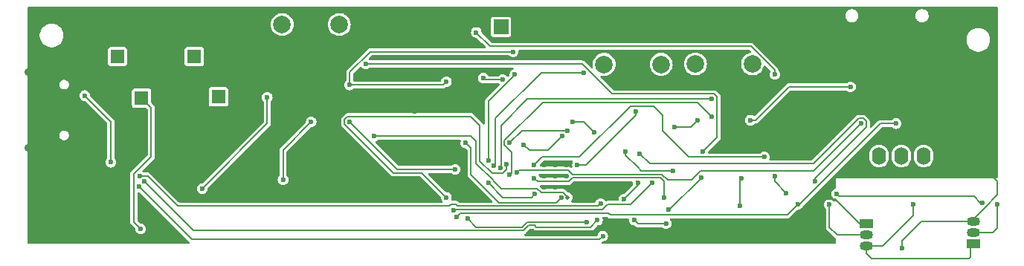
<source format=gbr>
%TF.GenerationSoftware,KiCad,Pcbnew,8.0.8*%
%TF.CreationDate,2025-01-24T13:29:27+05:30*%
%TF.ProjectId,heatPlate,68656174-506c-4617-9465-2e6b69636164,rev?*%
%TF.SameCoordinates,Original*%
%TF.FileFunction,Copper,L2,Bot*%
%TF.FilePolarity,Positive*%
%FSLAX46Y46*%
G04 Gerber Fmt 4.6, Leading zero omitted, Abs format (unit mm)*
G04 Created by KiCad (PCBNEW 8.0.8) date 2025-01-24 13:29:27*
%MOMM*%
%LPD*%
G01*
G04 APERTURE LIST*
%TA.AperFunction,ComponentPad*%
%ADD10C,2.000000*%
%TD*%
%TA.AperFunction,ComponentPad*%
%ADD11R,1.700000X1.700000*%
%TD*%
%TA.AperFunction,ComponentPad*%
%ADD12O,1.700000X1.700000*%
%TD*%
%TA.AperFunction,ComponentPad*%
%ADD13O,1.600000X2.000000*%
%TD*%
%TA.AperFunction,ComponentPad*%
%ADD14R,1.500000X1.050000*%
%TD*%
%TA.AperFunction,ComponentPad*%
%ADD15O,1.500000X1.050000*%
%TD*%
%TA.AperFunction,ComponentPad*%
%ADD16C,0.600000*%
%TD*%
%TA.AperFunction,ComponentPad*%
%ADD17O,2.000000X0.900000*%
%TD*%
%TA.AperFunction,ComponentPad*%
%ADD18O,1.700000X0.900000*%
%TD*%
%TA.AperFunction,ComponentPad*%
%ADD19R,1.600000X1.600000*%
%TD*%
%TA.AperFunction,ComponentPad*%
%ADD20C,1.600000*%
%TD*%
%TA.AperFunction,ViaPad*%
%ADD21C,0.600000*%
%TD*%
%TA.AperFunction,ViaPad*%
%ADD22C,0.500000*%
%TD*%
%TA.AperFunction,Conductor*%
%ADD23C,0.200000*%
%TD*%
G04 APERTURE END LIST*
D10*
%TO.P,SW2,2,2*%
%TO.N,GND*%
X138550000Y-48500000D03*
X145050000Y-48500000D03*
%TO.P,SW2,1,1*%
%TO.N,/GPIO6*%
X138550000Y-53000000D03*
X145050000Y-53000000D03*
%TD*%
D11*
%TO.P,J1,1,Pin_1*%
%TO.N,/~{USB_BOOT}*%
X116400000Y-48800000D03*
D12*
%TO.P,J1,2,Pin_2*%
%TO.N,GND*%
X118940000Y-48800000D03*
%TD*%
D10*
%TO.P,SW1,2,2*%
%TO.N,GND*%
X128150000Y-48550000D03*
X134650000Y-48550000D03*
%TO.P,SW1,1,1*%
%TO.N,/GPIO7*%
X128150000Y-53050000D03*
X134650000Y-53050000D03*
%TD*%
D13*
%TO.P,OLED1,1,GND*%
%TO.N,GND*%
X167080000Y-63500000D03*
%TO.P,OLED1,2,VCC*%
%TO.N,+3.3V*%
X164540000Y-63500000D03*
%TO.P,OLED1,3,SCL*%
%TO.N,/GPIO21*%
X162000000Y-63500000D03*
%TO.P,OLED1,4,SDA*%
%TO.N,/GPIO20*%
X159460000Y-63500000D03*
%TD*%
D10*
%TO.P,SW3,2,2*%
%TO.N,Net-(R13-Pad2)*%
X91500000Y-48500000D03*
X98000000Y-48500000D03*
%TO.P,SW3,1,1*%
%TO.N,GND*%
X91500000Y-53000000D03*
X98000000Y-53000000D03*
%TD*%
D14*
%TO.P,TEMP3,1,+VS*%
%TO.N,+3.3V*%
X170160000Y-73470000D03*
D15*
%TO.P,TEMP3,2,Vout*%
%TO.N,/GPIO26_ADC0*%
X170160000Y-72200000D03*
%TO.P,TEMP3,3,GND*%
%TO.N,GND*%
X170160000Y-70930000D03*
%TD*%
D14*
%TO.P,TEMP1,1,GND*%
%TO.N,GND*%
X158000000Y-71230000D03*
D15*
%TO.P,TEMP1,2,DQ*%
%TO.N,/GPIO5*%
X158000000Y-72500000D03*
%TO.P,TEMP1,3,VDD*%
%TO.N,+3.3V*%
X158000000Y-73770000D03*
%TD*%
D16*
%TO.P,U2,57,GND*%
%TO.N,GND*%
X121337500Y-64500000D03*
X121337500Y-65775000D03*
X121337500Y-67050000D03*
X122612500Y-64500000D03*
X122612500Y-65775000D03*
X122612500Y-67050000D03*
X123887500Y-64500000D03*
X123887500Y-65775000D03*
X123887500Y-67050000D03*
%TD*%
D17*
%TO.P,J4,S1,SHIELD*%
%TO.N,GND*%
X67170000Y-53925000D03*
%TO.P,J4,S2,SHIELD*%
X67170000Y-62575000D03*
D18*
%TO.P,J4,S3,SHIELD*%
X63000000Y-53925000D03*
%TO.P,J4,S4,SHIELD*%
X63000000Y-62575000D03*
%TD*%
D19*
%TO.P,C16,1*%
%TO.N,VBUS*%
X72750000Y-52152651D03*
D20*
%TO.P,C16,2*%
%TO.N,GND*%
X72750000Y-48652651D03*
%TD*%
D19*
%TO.P,C14,1*%
%TO.N,VBUS*%
X81500000Y-52152651D03*
D20*
%TO.P,C14,2*%
%TO.N,GND*%
X81500000Y-48652651D03*
%TD*%
D19*
%TO.P,C13,1*%
%TO.N,VBUS*%
X75500000Y-56900000D03*
D20*
%TO.P,C13,2*%
%TO.N,GND*%
X75500000Y-60400000D03*
%TD*%
D19*
%TO.P,C11,1*%
%TO.N,VBUS*%
X84250000Y-56750000D03*
D20*
%TO.P,C11,2*%
%TO.N,GND*%
X84250000Y-60250000D03*
%TD*%
D21*
%TO.N,/GPIO26_ADC0*%
X172930000Y-69008528D03*
X171200000Y-68800000D03*
%TO.N,GND*%
X162095000Y-73975000D03*
X86400000Y-66000000D03*
X105400000Y-66000000D03*
X104800000Y-63600000D03*
X112400000Y-63600000D03*
X130800000Y-55600000D03*
X138400000Y-55000000D03*
X108776265Y-50395633D03*
X73000000Y-71400000D03*
X101600000Y-64000000D03*
X72892892Y-64307108D03*
X148200000Y-59600000D03*
X152800000Y-70000000D03*
X106600000Y-58400000D03*
%TO.N,VBUS*%
X75400000Y-71800000D03*
%TO.N,+3V3*%
X132000000Y-66575000D03*
X89800000Y-56800000D03*
X130600000Y-63000000D03*
X136000000Y-65200000D03*
X99200000Y-55400000D03*
X110200000Y-55000000D03*
X117800000Y-51600000D03*
X130425000Y-68400000D03*
X135200000Y-71200000D03*
X131600000Y-70800000D03*
X82400000Y-67200000D03*
%TO.N,+1V1*%
X138800000Y-59400000D03*
X127000000Y-60800000D03*
X124600000Y-59600000D03*
X143800000Y-66000000D03*
X136200000Y-60200000D03*
X143600000Y-69200000D03*
%TO.N,/GPIO6*%
X116345261Y-64859697D03*
X140400000Y-57000000D03*
%TO.N,/cc1*%
X69000000Y-56600000D03*
X72000000Y-64200000D03*
%TO.N,Net-(LED1B-A2)*%
X133600000Y-66575000D03*
X111054369Y-69652370D03*
%TO.N,Net-(LED1A-A1)*%
X139200000Y-65975000D03*
X112600000Y-70600000D03*
X126200000Y-71000000D03*
X135500000Y-69600000D03*
%TO.N,Net-(Q1-B)*%
X94800000Y-59600000D03*
X91600000Y-66200000D03*
%TO.N,/QSPI_SS*%
X116600000Y-54800000D03*
X114400000Y-54600000D03*
%TO.N,+3.3V*%
X113600000Y-49400000D03*
X163365000Y-69025000D03*
X147600000Y-54200000D03*
%TO.N,/GPIO15*%
X120276513Y-67800001D03*
X114969208Y-66575000D03*
X111200000Y-65000000D03*
X99200000Y-59600000D03*
%TO.N,/GPIO17*%
X127400000Y-70800000D03*
X75800000Y-66400000D03*
%TO.N,/GPIO18*%
X75290907Y-65782888D03*
X127755559Y-68907029D03*
%TO.N,/GPIO16*%
X75200000Y-67000000D03*
X128000000Y-72600000D03*
%TO.N,/GPIO5*%
X135000000Y-68200000D03*
X153800000Y-69015000D03*
X120200000Y-66000000D03*
%TO.N,/GPIO4*%
X147600000Y-65800000D03*
X120200000Y-64500000D03*
X148889927Y-67689927D03*
X146400000Y-63600000D03*
%TO.N,/GPIO26_ADC0*%
X152175735Y-66375735D03*
X132200000Y-63200000D03*
X154600000Y-67800000D03*
%TO.N,/SWD*%
X102000000Y-61200000D03*
D22*
X124012500Y-68212500D03*
D21*
%TO.N,/GPIO3*%
X157400000Y-59800000D03*
X118200000Y-65375000D03*
%TO.N,/GPIO2*%
X140400000Y-59000000D03*
X156200000Y-55600000D03*
X117400000Y-65600000D03*
X144800000Y-59400000D03*
%TO.N,/SWCLK*%
X112400000Y-62000000D03*
X123256431Y-68275000D03*
%TO.N,/GPIO0*%
X118000000Y-54200000D03*
X115037675Y-63999999D03*
%TO.N,/RUN*%
X131800000Y-58400000D03*
X125112500Y-64500000D03*
%TO.N,/GPIO23*%
X139400000Y-63000000D03*
X101000000Y-53000000D03*
%TO.N,/GPIO1*%
X150200000Y-69000000D03*
X117000000Y-64400000D03*
X110200000Y-68200000D03*
X161400000Y-59800000D03*
X111400000Y-70400000D03*
%TO.N,/GPIO7*%
X115574749Y-64592920D03*
X125800000Y-54000000D03*
%TO.N,Net-(U2-USB_DP)*%
X123412500Y-61200000D03*
X119000000Y-62200000D03*
%TO.N,Net-(U2-USB_DM)*%
X117400000Y-62000000D03*
X124000000Y-60600000D03*
%TD*%
D23*
%TO.N,GND*%
X157230000Y-71230000D02*
X158000000Y-71230000D01*
X154415000Y-68415000D02*
X157230000Y-71230000D01*
X153185000Y-68415000D02*
X154415000Y-68415000D01*
X152800000Y-68800000D02*
X153185000Y-68415000D01*
X152800000Y-70000000D02*
X152800000Y-68800000D01*
%TO.N,/GPIO5*%
X153800000Y-71600000D02*
X153800000Y-69015000D01*
X154700000Y-72500000D02*
X153800000Y-71600000D01*
X158000000Y-72500000D02*
X154700000Y-72500000D01*
%TO.N,GND*%
X170100000Y-63500000D02*
X167080000Y-63500000D01*
X172950000Y-66350000D02*
X170100000Y-63500000D01*
X172950000Y-67898529D02*
X172950000Y-66350000D01*
X171445000Y-69400000D02*
X171448529Y-69400000D01*
X170160000Y-70685000D02*
X171445000Y-69400000D01*
X170160000Y-70930000D02*
X170160000Y-70685000D01*
X171448529Y-69400000D02*
X172950000Y-67898529D01*
%TO.N,/GPIO26_ADC0*%
X172400000Y-72200000D02*
X170160000Y-72200000D01*
X172930000Y-69008528D02*
X172930000Y-71670000D01*
X172930000Y-71670000D02*
X172400000Y-72200000D01*
%TO.N,+3.3V*%
X163365000Y-70235000D02*
X163365000Y-69025000D01*
X159830000Y-73770000D02*
X163365000Y-70235000D01*
X158000000Y-73770000D02*
X159830000Y-73770000D01*
%TO.N,GND*%
X162095000Y-73105000D02*
X162095000Y-73975000D01*
X164270000Y-70930000D02*
X162095000Y-73105000D01*
X170160000Y-70930000D02*
X164270000Y-70930000D01*
%TO.N,/GPIO26_ADC0*%
X171200000Y-68800000D02*
X171000000Y-68800000D01*
X170300000Y-68100000D02*
X165400000Y-68100000D01*
X171000000Y-68800000D02*
X170300000Y-68100000D01*
X165400000Y-68100000D02*
X154900000Y-68100000D01*
X165500000Y-68100000D02*
X165400000Y-68100000D01*
X154900000Y-68100000D02*
X154600000Y-67800000D01*
X169860000Y-72500000D02*
X169860000Y-72460000D01*
%TO.N,+3.3V*%
X169660000Y-75200000D02*
X169860000Y-75000000D01*
X158600000Y-75200000D02*
X169660000Y-75200000D01*
X158000000Y-74600000D02*
X158600000Y-75200000D01*
X158000000Y-73770000D02*
X158000000Y-74600000D01*
X169860000Y-73770000D02*
X169860000Y-75000000D01*
%TO.N,GND*%
X101600000Y-64000000D02*
X103600000Y-66000000D01*
X103600000Y-66000000D02*
X105400000Y-66000000D01*
X112400000Y-63600000D02*
X104800000Y-63600000D01*
%TO.N,VBUS*%
X74600000Y-65551471D02*
X74600000Y-71000000D01*
X76600000Y-58000000D02*
X76600000Y-63551471D01*
X74600000Y-71000000D02*
X75400000Y-71800000D01*
X75500000Y-56900000D02*
X76600000Y-58000000D01*
X76600000Y-63551471D02*
X74600000Y-65551471D01*
%TO.N,+3V3*%
X109800000Y-55400000D02*
X110200000Y-55000000D01*
X130600000Y-63400000D02*
X132000000Y-64800000D01*
X89800000Y-59800000D02*
X89800000Y-56800000D01*
X130600000Y-63000000D02*
X130600000Y-63400000D01*
X99200000Y-55400000D02*
X109800000Y-55400000D01*
X132000000Y-64800000D02*
X132375000Y-65175000D01*
X132000000Y-71200000D02*
X131600000Y-70800000D01*
X82400000Y-67200000D02*
X89800000Y-59800000D01*
X101551471Y-51600000D02*
X99200000Y-53951471D01*
X132000000Y-66825000D02*
X130425000Y-68400000D01*
X132375000Y-65175000D02*
X133800000Y-65175000D01*
X135200000Y-71200000D02*
X132000000Y-71200000D01*
X132000000Y-66575000D02*
X132000000Y-66825000D01*
X99200000Y-53951471D02*
X99200000Y-55400000D01*
X133800000Y-65175000D02*
X135975000Y-65175000D01*
X117800000Y-51600000D02*
X101551471Y-51600000D01*
X135975000Y-65175000D02*
X136000000Y-65200000D01*
%TO.N,+1V1*%
X125800000Y-59600000D02*
X127000000Y-60800000D01*
X143600000Y-69200000D02*
X143600000Y-66200000D01*
X138800000Y-59400000D02*
X138000000Y-60200000D01*
X124600000Y-59600000D02*
X125800000Y-59600000D01*
X143600000Y-66200000D02*
X143800000Y-66000000D01*
X138000000Y-60200000D02*
X136200000Y-60200000D01*
%TO.N,/GPIO6*%
X116345261Y-64859697D02*
X116345261Y-64806209D01*
X119400000Y-57000000D02*
X140400000Y-57000000D01*
X116400000Y-64751470D02*
X116400000Y-60000000D01*
X116400000Y-60000000D02*
X119400000Y-57000000D01*
X116345261Y-64806209D02*
X116400000Y-64751470D01*
%TO.N,/cc1*%
X69000000Y-56600000D02*
X72000000Y-59600000D01*
X72000000Y-59600000D02*
X72000000Y-64200000D01*
%TO.N,Net-(LED1B-A2)*%
X111054369Y-69652370D02*
X111106739Y-69600000D01*
X131175000Y-69000000D02*
X133600000Y-66575000D01*
X128511117Y-69000000D02*
X131175000Y-69000000D01*
X127911117Y-69600000D02*
X128511117Y-69000000D01*
X111106739Y-69600000D02*
X127911117Y-69600000D01*
%TO.N,Net-(LED1A-A1)*%
X139200000Y-66000000D02*
X139200000Y-65975000D01*
X113600000Y-71600000D02*
X118785785Y-71600000D01*
X112600000Y-70600000D02*
X113600000Y-71600000D01*
X118785785Y-71600000D02*
X119392559Y-70993226D01*
X119392559Y-70993226D02*
X126193226Y-70993226D01*
X126193226Y-70993226D02*
X126200000Y-71000000D01*
X135600000Y-69600000D02*
X139200000Y-66000000D01*
X135500000Y-69600000D02*
X135600000Y-69600000D01*
%TO.N,Net-(Q1-B)*%
X91600000Y-66200000D02*
X91600000Y-62800000D01*
X91600000Y-62800000D02*
X94800000Y-59600000D01*
%TO.N,/QSPI_SS*%
X114600000Y-54800000D02*
X114400000Y-54600000D01*
X116600000Y-54800000D02*
X114600000Y-54800000D01*
%TO.N,+3.3V*%
X115200000Y-51000000D02*
X144888478Y-51000000D01*
X147600000Y-53711522D02*
X147600000Y-54200000D01*
X144888478Y-51000000D02*
X147600000Y-53711522D01*
X113600000Y-49400000D02*
X115200000Y-51000000D01*
%TO.N,/GPIO15*%
X111200000Y-65000000D02*
X104600000Y-65000000D01*
X116594208Y-68200000D02*
X114969208Y-66575000D01*
X119876514Y-68200000D02*
X116594208Y-68200000D01*
X104600000Y-65000000D02*
X99200000Y-59600000D01*
X120276513Y-67800001D02*
X119876514Y-68200000D01*
%TO.N,/GPIO17*%
X127400000Y-70800000D02*
X126600000Y-71600000D01*
X118951471Y-72000000D02*
X81400000Y-72000000D01*
X81400000Y-72000000D02*
X75800000Y-66400000D01*
X126600000Y-71600000D02*
X120457857Y-71600000D01*
X119558245Y-71393226D02*
X118951471Y-72000000D01*
X120457857Y-71600000D02*
X120251083Y-71393226D01*
X120251083Y-71393226D02*
X119558245Y-71393226D01*
%TO.N,/GPIO18*%
X110751471Y-69000000D02*
X111248529Y-69000000D01*
X111248529Y-69000000D02*
X111448529Y-69200000D01*
X79600000Y-69200000D02*
X110551471Y-69200000D01*
X127462588Y-69200000D02*
X127755559Y-68907029D01*
X75290907Y-65782888D02*
X76182888Y-65782888D01*
X76182888Y-65782888D02*
X79600000Y-69200000D01*
X111448529Y-69200000D02*
X127462588Y-69200000D01*
X110551471Y-69200000D02*
X110751471Y-69000000D01*
%TO.N,/GPIO16*%
X127600000Y-73000000D02*
X81200000Y-73000000D01*
X81200000Y-73000000D02*
X75200000Y-67000000D01*
X128000000Y-72600000D02*
X127600000Y-73000000D01*
%TO.N,/GPIO5*%
X134575000Y-65975000D02*
X124536029Y-65975000D01*
X135000000Y-68200000D02*
X135000000Y-66400000D01*
X124136029Y-66375000D02*
X120575000Y-66375000D01*
X124536029Y-65975000D02*
X124136029Y-66375000D01*
X135000000Y-66400000D02*
X134575000Y-65975000D01*
X120575000Y-66375000D02*
X120200000Y-66000000D01*
%TO.N,/GPIO4*%
X133800000Y-57800000D02*
X134800000Y-58800000D01*
X120200000Y-64500000D02*
X121100000Y-63600000D01*
X147600000Y-66400000D02*
X147600000Y-65800000D01*
X125351471Y-63600000D02*
X131151471Y-57800000D01*
X137800000Y-63600000D02*
X146400000Y-63600000D01*
X134800000Y-58800000D02*
X134800000Y-60600000D01*
X134800000Y-60600000D02*
X137800000Y-63600000D01*
X121100000Y-63600000D02*
X125351471Y-63600000D01*
X131151471Y-57800000D02*
X133800000Y-57800000D01*
X148889927Y-67689927D02*
X147600000Y-66400000D01*
%TO.N,/GPIO26_ADC0*%
X158000000Y-59551471D02*
X158000000Y-60200000D01*
X152175735Y-66024265D02*
X152175735Y-66375735D01*
X158000000Y-60200000D02*
X152175735Y-66024265D01*
X151975736Y-64375735D02*
X157151471Y-59200000D01*
X157151471Y-59200000D02*
X157648529Y-59200000D01*
X133375735Y-64375735D02*
X151975736Y-64375735D01*
X132200000Y-63200000D02*
X133375735Y-64375735D01*
X157648529Y-59200000D02*
X158000000Y-59551471D01*
%TO.N,/SWD*%
X113600000Y-61800000D02*
X113000000Y-61200000D01*
X113600000Y-64357263D02*
X113600000Y-61800000D01*
X124012500Y-68182540D02*
X123479960Y-67650000D01*
X113000000Y-61200000D02*
X102000000Y-61200000D01*
X124012500Y-68212500D02*
X124012500Y-68182540D01*
X123479960Y-67650000D02*
X120975000Y-67650000D01*
X115569208Y-66326471D02*
X113600000Y-64357263D01*
X120525001Y-67200001D02*
X116400001Y-67200001D01*
X116400001Y-67200001D02*
X115569208Y-66369208D01*
X115569208Y-66369208D02*
X115569208Y-66326471D01*
X120975000Y-67650000D02*
X120525001Y-67200001D01*
%TO.N,/GPIO3*%
X138126471Y-66200000D02*
X139126471Y-65200000D01*
X118200000Y-65375000D02*
X118475000Y-65100000D01*
X152000000Y-65200000D02*
X157400000Y-59800000D01*
X124061029Y-65100000D02*
X124536029Y-65575000D01*
X139126471Y-65200000D02*
X152000000Y-65200000D01*
X124536029Y-65575000D02*
X134740685Y-65575000D01*
X134740685Y-65575000D02*
X135365685Y-66200000D01*
X135365685Y-66200000D02*
X138126471Y-66200000D01*
X118475000Y-65100000D02*
X124061029Y-65100000D01*
%TO.N,/GPIO2*%
X117600000Y-63048529D02*
X116800000Y-62248529D01*
X138800000Y-57400000D02*
X140400000Y-59000000D01*
X117600000Y-65400000D02*
X117600000Y-63048529D01*
X145400000Y-59400000D02*
X149200000Y-55600000D01*
X116800000Y-61751471D02*
X121151471Y-57400000D01*
X144800000Y-59400000D02*
X145400000Y-59400000D01*
X149200000Y-55600000D02*
X156200000Y-55600000D01*
X116800000Y-62248529D02*
X116800000Y-61751471D01*
X117400000Y-65600000D02*
X117600000Y-65400000D01*
X121151471Y-57400000D02*
X138800000Y-57400000D01*
%TO.N,/SWCLK*%
X113000000Y-65600000D02*
X113000000Y-62600000D01*
X113000000Y-62600000D02*
X112400000Y-62000000D01*
X123256431Y-68275000D02*
X122731431Y-68800000D01*
X122731431Y-68800000D02*
X116200000Y-68800000D01*
X116200000Y-68800000D02*
X113000000Y-65600000D01*
%TO.N,/GPIO0*%
X115000000Y-63962324D02*
X115000000Y-57248529D01*
X115037675Y-63999999D02*
X115000000Y-63962324D01*
X115000000Y-57248529D02*
X118000000Y-54248529D01*
X118000000Y-54248529D02*
X118000000Y-54200000D01*
%TO.N,/RUN*%
X131800000Y-58400000D02*
X131800000Y-58800000D01*
X126100000Y-64500000D02*
X125112500Y-64500000D01*
X131800000Y-58800000D02*
X126100000Y-64500000D01*
%TO.N,/GPIO23*%
X141000000Y-61400000D02*
X141000000Y-56751471D01*
X125648529Y-53000000D02*
X101000000Y-53000000D01*
X141000000Y-56751471D02*
X140648529Y-56400000D01*
X140648529Y-56400000D02*
X129048529Y-56400000D01*
X129048529Y-56400000D02*
X125648529Y-53000000D01*
X139400000Y-63000000D02*
X141000000Y-61400000D01*
%TO.N,/GPIO1*%
X114000000Y-60000000D02*
X113000000Y-59000000D01*
X104151471Y-65400000D02*
X107400000Y-65400000D01*
X98600000Y-59848529D02*
X104151471Y-65400000D01*
X161400000Y-59800000D02*
X159600000Y-59800000D01*
X113000000Y-59000000D02*
X98951471Y-59000000D01*
X116593790Y-65459697D02*
X115411168Y-65459697D01*
X149000000Y-70200000D02*
X128848529Y-70200000D01*
X128648529Y-70000000D02*
X111800000Y-70000000D01*
X114000000Y-64048529D02*
X114000000Y-60000000D01*
X107400000Y-65400000D02*
X110200000Y-68200000D01*
X128848529Y-70200000D02*
X128648529Y-70000000D01*
X150400000Y-69000000D02*
X150200000Y-69000000D01*
X115411168Y-65459697D02*
X114000000Y-64048529D01*
X117000000Y-65053487D02*
X116593790Y-65459697D01*
X159600000Y-59800000D02*
X150400000Y-69000000D01*
X150200000Y-69000000D02*
X149000000Y-70200000D01*
X98600000Y-59351471D02*
X98600000Y-59848529D01*
X111800000Y-70000000D02*
X111400000Y-70400000D01*
X98951471Y-59000000D02*
X98600000Y-59351471D01*
X117000000Y-64400000D02*
X117000000Y-65053487D01*
%TO.N,/GPIO7*%
X121000000Y-54000000D02*
X125800000Y-54000000D01*
X115800000Y-59200000D02*
X121000000Y-54000000D01*
X115574749Y-64592920D02*
X115800000Y-64367669D01*
X115800000Y-64367669D02*
X115800000Y-59200000D01*
%TO.N,Net-(U2-USB_DP)*%
X121788235Y-62824265D02*
X123412500Y-61200000D01*
X119624265Y-62824265D02*
X121788235Y-62824265D01*
X119000000Y-62200000D02*
X119624265Y-62824265D01*
%TO.N,Net-(U2-USB_DM)*%
X117400000Y-62000000D02*
X118800000Y-60600000D01*
X118800000Y-60600000D02*
X124000000Y-60600000D01*
%TD*%
%TA.AperFunction,Conductor*%
%TO.N,GND*%
G36*
X172943039Y-46520185D02*
G01*
X172988794Y-46572989D01*
X173000000Y-46624500D01*
X173000000Y-65876000D01*
X172980315Y-65943039D01*
X172927511Y-65988794D01*
X172876000Y-66000000D01*
X154500000Y-66000000D01*
X154500000Y-67108590D01*
X154480315Y-67175629D01*
X154427511Y-67221384D01*
X154423453Y-67223151D01*
X154297160Y-67275463D01*
X154171718Y-67371718D01*
X154075463Y-67497160D01*
X154014956Y-67643237D01*
X154014955Y-67643239D01*
X153994318Y-67799998D01*
X153994318Y-67800001D01*
X154014955Y-67956760D01*
X154014956Y-67956762D01*
X154050775Y-68043238D01*
X154075464Y-68102841D01*
X154171718Y-68228282D01*
X154297159Y-68324536D01*
X154423452Y-68376848D01*
X154477856Y-68420689D01*
X154499921Y-68486983D01*
X154500000Y-68491409D01*
X154500000Y-68575535D01*
X154480315Y-68642574D01*
X154427511Y-68688329D01*
X154358353Y-68698273D01*
X154294797Y-68669248D01*
X154277625Y-68651022D01*
X154228284Y-68586720D01*
X154228282Y-68586719D01*
X154228282Y-68586718D01*
X154102841Y-68490464D01*
X154102015Y-68490122D01*
X153956762Y-68429956D01*
X153956760Y-68429955D01*
X153800001Y-68409318D01*
X153799999Y-68409318D01*
X153643239Y-68429955D01*
X153643237Y-68429956D01*
X153497160Y-68490463D01*
X153371718Y-68586718D01*
X153275463Y-68712160D01*
X153214956Y-68858237D01*
X153214955Y-68858239D01*
X153194318Y-69014998D01*
X153194318Y-69015001D01*
X153214955Y-69171760D01*
X153214956Y-69171762D01*
X153266897Y-69297160D01*
X153275464Y-69317841D01*
X153371718Y-69443282D01*
X153371720Y-69443283D01*
X153373876Y-69446093D01*
X153399070Y-69511263D01*
X153399500Y-69521580D01*
X153399500Y-71652726D01*
X153426793Y-71754589D01*
X153450982Y-71796485D01*
X153479520Y-71845913D01*
X153479521Y-71845914D01*
X154459834Y-72826227D01*
X154458277Y-72827783D01*
X154492690Y-72874914D01*
X154500000Y-72916860D01*
X154500000Y-73376000D01*
X154480315Y-73443039D01*
X154427511Y-73488794D01*
X154376000Y-73500000D01*
X127965756Y-73500000D01*
X127898717Y-73480315D01*
X127852962Y-73427511D01*
X127843018Y-73358353D01*
X127872043Y-73294797D01*
X127878073Y-73288321D01*
X127924988Y-73241404D01*
X127986310Y-73207917D01*
X127996486Y-73206144D01*
X127999997Y-73205681D01*
X128000000Y-73205682D01*
X128156762Y-73185044D01*
X128302841Y-73124536D01*
X128428282Y-73028282D01*
X128524536Y-72902841D01*
X128585044Y-72756762D01*
X128605682Y-72600000D01*
X128585044Y-72443238D01*
X128524536Y-72297159D01*
X128428282Y-72171718D01*
X128302841Y-72075464D01*
X128156762Y-72014956D01*
X128156760Y-72014955D01*
X128000001Y-71994318D01*
X127999999Y-71994318D01*
X127843239Y-72014955D01*
X127843237Y-72014956D01*
X127697160Y-72075463D01*
X127571718Y-72171718D01*
X127475463Y-72297160D01*
X127414956Y-72443237D01*
X127414955Y-72443239D01*
X127408578Y-72491685D01*
X127380312Y-72555582D01*
X127321987Y-72594053D01*
X127285639Y-72599500D01*
X119176883Y-72599500D01*
X119109844Y-72579815D01*
X119064089Y-72527011D01*
X119054145Y-72457853D01*
X119083170Y-72394297D01*
X119114882Y-72368113D01*
X119115321Y-72367859D01*
X119197384Y-72320480D01*
X119687819Y-71830045D01*
X119749142Y-71796560D01*
X119775500Y-71793726D01*
X120033828Y-71793726D01*
X120100867Y-71813411D01*
X120121512Y-71830048D01*
X120137371Y-71845908D01*
X120137375Y-71845911D01*
X120137377Y-71845913D01*
X120211944Y-71920480D01*
X120279028Y-71959211D01*
X120303270Y-71973207D01*
X120405130Y-72000501D01*
X120405132Y-72000501D01*
X120518180Y-72000501D01*
X120518196Y-72000500D01*
X126652725Y-72000500D01*
X126652727Y-72000500D01*
X126754588Y-71973207D01*
X126845913Y-71920480D01*
X127324991Y-71441400D01*
X127386312Y-71407917D01*
X127396485Y-71406144D01*
X127399997Y-71405681D01*
X127400000Y-71405682D01*
X127556762Y-71385044D01*
X127702841Y-71324536D01*
X127828282Y-71228282D01*
X127924536Y-71102841D01*
X127985044Y-70956762D01*
X128005682Y-70800000D01*
X128003410Y-70782745D01*
X127985044Y-70643239D01*
X127985042Y-70643234D01*
X127955517Y-70571952D01*
X127948048Y-70502483D01*
X127979324Y-70440004D01*
X128039413Y-70404352D01*
X128070078Y-70400500D01*
X128431275Y-70400500D01*
X128498314Y-70420185D01*
X128518956Y-70436819D01*
X128520978Y-70438841D01*
X128520981Y-70438845D01*
X128528049Y-70445913D01*
X128602616Y-70520480D01*
X128602617Y-70520481D01*
X128602619Y-70520482D01*
X128691363Y-70571718D01*
X128691368Y-70571721D01*
X128693940Y-70573206D01*
X128693941Y-70573206D01*
X128693942Y-70573207D01*
X128795802Y-70600501D01*
X128795804Y-70600501D01*
X128908852Y-70600501D01*
X128908868Y-70600500D01*
X130879188Y-70600500D01*
X130946227Y-70620185D01*
X130991982Y-70672989D01*
X131002126Y-70740685D01*
X130996590Y-70782745D01*
X130994318Y-70800000D01*
X130994318Y-70800001D01*
X131014955Y-70956760D01*
X131014956Y-70956762D01*
X131050775Y-71043238D01*
X131075464Y-71102841D01*
X131171718Y-71228282D01*
X131297159Y-71324536D01*
X131443238Y-71385044D01*
X131600000Y-71405682D01*
X131600001Y-71405681D01*
X131603513Y-71406144D01*
X131667410Y-71434410D01*
X131675009Y-71441402D01*
X131679519Y-71445912D01*
X131679520Y-71445913D01*
X131754087Y-71520480D01*
X131845413Y-71573207D01*
X131947273Y-71600500D01*
X134693420Y-71600500D01*
X134760459Y-71620185D01*
X134768907Y-71626124D01*
X134771716Y-71628279D01*
X134771718Y-71628282D01*
X134897159Y-71724536D01*
X135043238Y-71785044D01*
X135109185Y-71793726D01*
X135199999Y-71805682D01*
X135200000Y-71805682D01*
X135200001Y-71805682D01*
X135269289Y-71796560D01*
X135356762Y-71785044D01*
X135502841Y-71724536D01*
X135628282Y-71628282D01*
X135724536Y-71502841D01*
X135785044Y-71356762D01*
X135805682Y-71200000D01*
X135799703Y-71154588D01*
X135785044Y-71043239D01*
X135785044Y-71043238D01*
X135724536Y-70897159D01*
X135724535Y-70897158D01*
X135724535Y-70897157D01*
X135649973Y-70799986D01*
X135624779Y-70734817D01*
X135638817Y-70666372D01*
X135687631Y-70616383D01*
X135748349Y-70600500D01*
X149052725Y-70600500D01*
X149052727Y-70600500D01*
X149154588Y-70573207D01*
X149245913Y-70520480D01*
X150124991Y-69641400D01*
X150186312Y-69607917D01*
X150196485Y-69606144D01*
X150199997Y-69605681D01*
X150200000Y-69605682D01*
X150356762Y-69585044D01*
X150502841Y-69524536D01*
X150628282Y-69428282D01*
X150724536Y-69302841D01*
X150758220Y-69221517D01*
X150785096Y-69181295D01*
X156753003Y-63213389D01*
X158359500Y-63213389D01*
X158359500Y-63786610D01*
X158385457Y-63950502D01*
X158386598Y-63957701D01*
X158440127Y-64122445D01*
X158518768Y-64276788D01*
X158620586Y-64416928D01*
X158743072Y-64539414D01*
X158883212Y-64641232D01*
X159037555Y-64719873D01*
X159202299Y-64773402D01*
X159373389Y-64800500D01*
X159373390Y-64800500D01*
X159546610Y-64800500D01*
X159546611Y-64800500D01*
X159717701Y-64773402D01*
X159882445Y-64719873D01*
X160036788Y-64641232D01*
X160176928Y-64539414D01*
X160299414Y-64416928D01*
X160401232Y-64276788D01*
X160479873Y-64122445D01*
X160533402Y-63957701D01*
X160560500Y-63786611D01*
X160560500Y-63213389D01*
X160899500Y-63213389D01*
X160899500Y-63786610D01*
X160925457Y-63950502D01*
X160926598Y-63957701D01*
X160980127Y-64122445D01*
X161058768Y-64276788D01*
X161160586Y-64416928D01*
X161283072Y-64539414D01*
X161423212Y-64641232D01*
X161577555Y-64719873D01*
X161742299Y-64773402D01*
X161913389Y-64800500D01*
X161913390Y-64800500D01*
X162086610Y-64800500D01*
X162086611Y-64800500D01*
X162257701Y-64773402D01*
X162422445Y-64719873D01*
X162576788Y-64641232D01*
X162716928Y-64539414D01*
X162839414Y-64416928D01*
X162941232Y-64276788D01*
X163019873Y-64122445D01*
X163073402Y-63957701D01*
X163100500Y-63786611D01*
X163100500Y-63213389D01*
X163439500Y-63213389D01*
X163439500Y-63786610D01*
X163465457Y-63950502D01*
X163466598Y-63957701D01*
X163520127Y-64122445D01*
X163598768Y-64276788D01*
X163700586Y-64416928D01*
X163823072Y-64539414D01*
X163963212Y-64641232D01*
X164117555Y-64719873D01*
X164282299Y-64773402D01*
X164453389Y-64800500D01*
X164453390Y-64800500D01*
X164626610Y-64800500D01*
X164626611Y-64800500D01*
X164797701Y-64773402D01*
X164962445Y-64719873D01*
X165116788Y-64641232D01*
X165256928Y-64539414D01*
X165379414Y-64416928D01*
X165481232Y-64276788D01*
X165559873Y-64122445D01*
X165613402Y-63957701D01*
X165640500Y-63786611D01*
X165640500Y-63213389D01*
X165613402Y-63042299D01*
X165559873Y-62877555D01*
X165481232Y-62723212D01*
X165379414Y-62583072D01*
X165256928Y-62460586D01*
X165116788Y-62358768D01*
X164962445Y-62280127D01*
X164797701Y-62226598D01*
X164797699Y-62226597D01*
X164797698Y-62226597D01*
X164651948Y-62203513D01*
X164626611Y-62199500D01*
X164453389Y-62199500D01*
X164428052Y-62203513D01*
X164282302Y-62226597D01*
X164257308Y-62234718D01*
X164133307Y-62275009D01*
X164117552Y-62280128D01*
X163963211Y-62358768D01*
X163885877Y-62414955D01*
X163823072Y-62460586D01*
X163823070Y-62460588D01*
X163823069Y-62460588D01*
X163700588Y-62583069D01*
X163700588Y-62583070D01*
X163700586Y-62583072D01*
X163687480Y-62601111D01*
X163598768Y-62723211D01*
X163520128Y-62877552D01*
X163466597Y-63042302D01*
X163439500Y-63213389D01*
X163100500Y-63213389D01*
X163073402Y-63042299D01*
X163019873Y-62877555D01*
X162941232Y-62723212D01*
X162839414Y-62583072D01*
X162716928Y-62460586D01*
X162576788Y-62358768D01*
X162422445Y-62280127D01*
X162257701Y-62226598D01*
X162257699Y-62226597D01*
X162257698Y-62226597D01*
X162111948Y-62203513D01*
X162086611Y-62199500D01*
X161913389Y-62199500D01*
X161888052Y-62203513D01*
X161742302Y-62226597D01*
X161717308Y-62234718D01*
X161593307Y-62275009D01*
X161577552Y-62280128D01*
X161423211Y-62358768D01*
X161345877Y-62414955D01*
X161283072Y-62460586D01*
X161283070Y-62460588D01*
X161283069Y-62460588D01*
X161160588Y-62583069D01*
X161160588Y-62583070D01*
X161160586Y-62583072D01*
X161147480Y-62601111D01*
X161058768Y-62723211D01*
X160980128Y-62877552D01*
X160926597Y-63042302D01*
X160899500Y-63213389D01*
X160560500Y-63213389D01*
X160533402Y-63042299D01*
X160479873Y-62877555D01*
X160401232Y-62723212D01*
X160299414Y-62583072D01*
X160176928Y-62460586D01*
X160036788Y-62358768D01*
X159882445Y-62280127D01*
X159717701Y-62226598D01*
X159717699Y-62226597D01*
X159717698Y-62226597D01*
X159571948Y-62203513D01*
X159546611Y-62199500D01*
X159373389Y-62199500D01*
X159348052Y-62203513D01*
X159202302Y-62226597D01*
X159177308Y-62234718D01*
X159053307Y-62275009D01*
X159037552Y-62280128D01*
X158883211Y-62358768D01*
X158805877Y-62414955D01*
X158743072Y-62460586D01*
X158743070Y-62460588D01*
X158743069Y-62460588D01*
X158620588Y-62583069D01*
X158620588Y-62583070D01*
X158620586Y-62583072D01*
X158607480Y-62601111D01*
X158518768Y-62723211D01*
X158440128Y-62877552D01*
X158386597Y-63042302D01*
X158359500Y-63213389D01*
X156753003Y-63213389D01*
X159729573Y-60236819D01*
X159790896Y-60203334D01*
X159817254Y-60200500D01*
X160893420Y-60200500D01*
X160960459Y-60220185D01*
X160968907Y-60226124D01*
X160971716Y-60228279D01*
X160971718Y-60228282D01*
X161097159Y-60324536D01*
X161243238Y-60385044D01*
X161321619Y-60395363D01*
X161399999Y-60405682D01*
X161400000Y-60405682D01*
X161400001Y-60405682D01*
X161452254Y-60398802D01*
X161556762Y-60385044D01*
X161702841Y-60324536D01*
X161828282Y-60228282D01*
X161924536Y-60102841D01*
X161985044Y-59956762D01*
X162002243Y-59826124D01*
X162005682Y-59800001D01*
X162005682Y-59799998D01*
X161985044Y-59643239D01*
X161985044Y-59643238D01*
X161924536Y-59497159D01*
X161828282Y-59371718D01*
X161702841Y-59275464D01*
X161702836Y-59275462D01*
X161556762Y-59214956D01*
X161556760Y-59214955D01*
X161400001Y-59194318D01*
X161399999Y-59194318D01*
X161243239Y-59214955D01*
X161243237Y-59214956D01*
X161097160Y-59275463D01*
X161091873Y-59279520D01*
X160971718Y-59371718D01*
X160971716Y-59371720D01*
X160968907Y-59373876D01*
X160903737Y-59399070D01*
X160893420Y-59399500D01*
X159547273Y-59399500D01*
X159445410Y-59426793D01*
X159416929Y-59443238D01*
X159354087Y-59479520D01*
X159354084Y-59479522D01*
X158612181Y-60221426D01*
X158550858Y-60254911D01*
X158481166Y-60249927D01*
X158425233Y-60208055D01*
X158400816Y-60142591D01*
X158400500Y-60133745D01*
X158400500Y-59498746D01*
X158400499Y-59498741D01*
X158400075Y-59497160D01*
X158397846Y-59488842D01*
X158394224Y-59475321D01*
X158394224Y-59475322D01*
X158373207Y-59396883D01*
X158320480Y-59305558D01*
X157894442Y-58879520D01*
X157842618Y-58849599D01*
X157803118Y-58826793D01*
X157733184Y-58808055D01*
X157701256Y-58799500D01*
X157701255Y-58799500D01*
X157211810Y-58799500D01*
X157211794Y-58799499D01*
X157204198Y-58799499D01*
X157098744Y-58799499D01*
X157041063Y-58814955D01*
X156996883Y-58826793D01*
X156948182Y-58854911D01*
X156912584Y-58875464D01*
X156905555Y-58879522D01*
X151846162Y-63938916D01*
X151784839Y-63972401D01*
X151758481Y-63975235D01*
X147080129Y-63975235D01*
X147013090Y-63955550D01*
X146967335Y-63902746D01*
X146957391Y-63833588D01*
X146965567Y-63803783D01*
X146985044Y-63756762D01*
X147005129Y-63604198D01*
X147005682Y-63600001D01*
X147005682Y-63599998D01*
X146985044Y-63443239D01*
X146985044Y-63443238D01*
X146924536Y-63297159D01*
X146828282Y-63171718D01*
X146702841Y-63075464D01*
X146663856Y-63059316D01*
X146556762Y-63014956D01*
X146556760Y-63014955D01*
X146400001Y-62994318D01*
X146399999Y-62994318D01*
X146243239Y-63014955D01*
X146243237Y-63014956D01*
X146097160Y-63075463D01*
X146097159Y-63075464D01*
X145971718Y-63171718D01*
X145971716Y-63171720D01*
X145968907Y-63173876D01*
X145903737Y-63199070D01*
X145893420Y-63199500D01*
X140120812Y-63199500D01*
X140053773Y-63179815D01*
X140008018Y-63127011D01*
X139997873Y-63059316D01*
X139999396Y-63047745D01*
X140005682Y-63000000D01*
X140005681Y-62999997D01*
X140006144Y-62996486D01*
X140034409Y-62932589D01*
X140041390Y-62925001D01*
X141235703Y-61730687D01*
X141235708Y-61730684D01*
X141245911Y-61720480D01*
X141245913Y-61720480D01*
X141320480Y-61645913D01*
X141373207Y-61554587D01*
X141377990Y-61536734D01*
X141382347Y-61520479D01*
X141395850Y-61470085D01*
X141400501Y-61452727D01*
X141400501Y-61347273D01*
X141400501Y-61339678D01*
X141400500Y-61339660D01*
X141400500Y-59399998D01*
X144194318Y-59399998D01*
X144194318Y-59400001D01*
X144214955Y-59556760D01*
X144214956Y-59556762D01*
X144263935Y-59675009D01*
X144275464Y-59702841D01*
X144371718Y-59828282D01*
X144497159Y-59924536D01*
X144643238Y-59985044D01*
X144713522Y-59994297D01*
X144799999Y-60005682D01*
X144800000Y-60005682D01*
X144800001Y-60005682D01*
X144854796Y-59998468D01*
X144956762Y-59985044D01*
X145102841Y-59924536D01*
X145228282Y-59828282D01*
X145228283Y-59828279D01*
X145231093Y-59826124D01*
X145296263Y-59800930D01*
X145306580Y-59800500D01*
X145452725Y-59800500D01*
X145452727Y-59800500D01*
X145554588Y-59773207D01*
X145645913Y-59720480D01*
X149329573Y-56036818D01*
X149390896Y-56003334D01*
X149417254Y-56000500D01*
X155693420Y-56000500D01*
X155760459Y-56020185D01*
X155768907Y-56026124D01*
X155771716Y-56028279D01*
X155771718Y-56028282D01*
X155897159Y-56124536D01*
X156043238Y-56185044D01*
X156113681Y-56194318D01*
X156199999Y-56205682D01*
X156200000Y-56205682D01*
X156200001Y-56205682D01*
X156252254Y-56198802D01*
X156356762Y-56185044D01*
X156502841Y-56124536D01*
X156628282Y-56028282D01*
X156724536Y-55902841D01*
X156785044Y-55756762D01*
X156805682Y-55600000D01*
X156799989Y-55556760D01*
X156785044Y-55443239D01*
X156785044Y-55443238D01*
X156724536Y-55297159D01*
X156628282Y-55171718D01*
X156502841Y-55075464D01*
X156373731Y-55021985D01*
X156356762Y-55014956D01*
X156356760Y-55014955D01*
X156200001Y-54994318D01*
X156199999Y-54994318D01*
X156043239Y-55014955D01*
X156043237Y-55014956D01*
X155897160Y-55075463D01*
X155897159Y-55075464D01*
X155771718Y-55171718D01*
X155771716Y-55171720D01*
X155768907Y-55173876D01*
X155703737Y-55199070D01*
X155693420Y-55199500D01*
X149260339Y-55199500D01*
X149260323Y-55199499D01*
X149252727Y-55199499D01*
X149147273Y-55199499D01*
X149079366Y-55217695D01*
X149045412Y-55226793D01*
X148954084Y-55279522D01*
X148879518Y-55354089D01*
X145324191Y-58909414D01*
X145262868Y-58942899D01*
X145193176Y-58937915D01*
X145161024Y-58920109D01*
X145102842Y-58875464D01*
X144956762Y-58814956D01*
X144956760Y-58814955D01*
X144800001Y-58794318D01*
X144799999Y-58794318D01*
X144643239Y-58814955D01*
X144643237Y-58814956D01*
X144497160Y-58875463D01*
X144371718Y-58971718D01*
X144275463Y-59097160D01*
X144214956Y-59243237D01*
X144214955Y-59243239D01*
X144194318Y-59399998D01*
X141400500Y-59399998D01*
X141400500Y-56698746D01*
X141400499Y-56698742D01*
X141395349Y-56679520D01*
X141394140Y-56675009D01*
X141373207Y-56596883D01*
X141320480Y-56505558D01*
X140894442Y-56079520D01*
X140848779Y-56053156D01*
X140803118Y-56026793D01*
X140752186Y-56013146D01*
X140701256Y-55999500D01*
X140701255Y-55999500D01*
X129265784Y-55999500D01*
X129198745Y-55979815D01*
X129178103Y-55963181D01*
X127741351Y-54526429D01*
X127707866Y-54465106D01*
X127712850Y-54395414D01*
X127754722Y-54339481D01*
X127820186Y-54315064D01*
X127861123Y-54318972D01*
X127923308Y-54335635D01*
X128085230Y-54349801D01*
X128149998Y-54355468D01*
X128150000Y-54355468D01*
X128150002Y-54355468D01*
X128206673Y-54350509D01*
X128376692Y-54335635D01*
X128596496Y-54276739D01*
X128802734Y-54180568D01*
X128989139Y-54050047D01*
X129150047Y-53889139D01*
X129280568Y-53702734D01*
X129376739Y-53496496D01*
X129435635Y-53276692D01*
X129455468Y-53050000D01*
X129455468Y-53049998D01*
X133344532Y-53049998D01*
X133344532Y-53050001D01*
X133364364Y-53276686D01*
X133364366Y-53276697D01*
X133423258Y-53496488D01*
X133423261Y-53496497D01*
X133519431Y-53702732D01*
X133519432Y-53702734D01*
X133649954Y-53889141D01*
X133810858Y-54050045D01*
X133810861Y-54050047D01*
X133997266Y-54180568D01*
X134203504Y-54276739D01*
X134203509Y-54276740D01*
X134203511Y-54276741D01*
X134236697Y-54285633D01*
X134423308Y-54335635D01*
X134585230Y-54349801D01*
X134649998Y-54355468D01*
X134650000Y-54355468D01*
X134650002Y-54355468D01*
X134706673Y-54350509D01*
X134876692Y-54335635D01*
X135096496Y-54276739D01*
X135302734Y-54180568D01*
X135489139Y-54050047D01*
X135650047Y-53889139D01*
X135780568Y-53702734D01*
X135876739Y-53496496D01*
X135935635Y-53276692D01*
X135955468Y-53050000D01*
X135953074Y-53022642D01*
X135951093Y-52999998D01*
X137244532Y-52999998D01*
X137244532Y-53000001D01*
X137264364Y-53226686D01*
X137264366Y-53226697D01*
X137323258Y-53446488D01*
X137323261Y-53446497D01*
X137419431Y-53652732D01*
X137419432Y-53652734D01*
X137549954Y-53839141D01*
X137710858Y-54000045D01*
X137710861Y-54000047D01*
X137897266Y-54130568D01*
X138103504Y-54226739D01*
X138323308Y-54285635D01*
X138485230Y-54299801D01*
X138549998Y-54305468D01*
X138550000Y-54305468D01*
X138550002Y-54305468D01*
X138606673Y-54300509D01*
X138776692Y-54285635D01*
X138996496Y-54226739D01*
X139202734Y-54130568D01*
X139389139Y-54000047D01*
X139550047Y-53839139D01*
X139680568Y-53652734D01*
X139776739Y-53446496D01*
X139835635Y-53226692D01*
X139855468Y-53000000D01*
X139835635Y-52773308D01*
X139776739Y-52553504D01*
X139680568Y-52347266D01*
X139550047Y-52160861D01*
X139550045Y-52160858D01*
X139389141Y-51999954D01*
X139202734Y-51869432D01*
X139202732Y-51869431D01*
X138996497Y-51773261D01*
X138996488Y-51773258D01*
X138776697Y-51714366D01*
X138776693Y-51714365D01*
X138776692Y-51714365D01*
X138776691Y-51714364D01*
X138776686Y-51714364D01*
X138550002Y-51694532D01*
X138549998Y-51694532D01*
X138323313Y-51714364D01*
X138323302Y-51714366D01*
X138103511Y-51773258D01*
X138103502Y-51773261D01*
X137897267Y-51869431D01*
X137897265Y-51869432D01*
X137710858Y-51999954D01*
X137549954Y-52160858D01*
X137419432Y-52347265D01*
X137419431Y-52347267D01*
X137323261Y-52553502D01*
X137323258Y-52553511D01*
X137264366Y-52773302D01*
X137264364Y-52773313D01*
X137244532Y-52999998D01*
X135951093Y-52999998D01*
X135935635Y-52823313D01*
X135935635Y-52823308D01*
X135876739Y-52603504D01*
X135780568Y-52397266D01*
X135650047Y-52210861D01*
X135650045Y-52210858D01*
X135489141Y-52049954D01*
X135302734Y-51919432D01*
X135302732Y-51919431D01*
X135096497Y-51823261D01*
X135096488Y-51823258D01*
X134876697Y-51764366D01*
X134876693Y-51764365D01*
X134876692Y-51764365D01*
X134876691Y-51764364D01*
X134876686Y-51764364D01*
X134650002Y-51744532D01*
X134649998Y-51744532D01*
X134423313Y-51764364D01*
X134423302Y-51764366D01*
X134203511Y-51823258D01*
X134203502Y-51823261D01*
X133997267Y-51919431D01*
X133997265Y-51919432D01*
X133810858Y-52049954D01*
X133649954Y-52210858D01*
X133519432Y-52397265D01*
X133519431Y-52397267D01*
X133423261Y-52603502D01*
X133423258Y-52603511D01*
X133364366Y-52823302D01*
X133364364Y-52823313D01*
X133344532Y-53049998D01*
X129455468Y-53049998D01*
X129453074Y-53022642D01*
X129435635Y-52823313D01*
X129435635Y-52823308D01*
X129376739Y-52603504D01*
X129280568Y-52397266D01*
X129150047Y-52210861D01*
X129150045Y-52210858D01*
X128989141Y-52049954D01*
X128802734Y-51919432D01*
X128802732Y-51919431D01*
X128596497Y-51823261D01*
X128596488Y-51823258D01*
X128376697Y-51764366D01*
X128376693Y-51764365D01*
X128376692Y-51764365D01*
X128376691Y-51764364D01*
X128376686Y-51764364D01*
X128150002Y-51744532D01*
X128149998Y-51744532D01*
X127923313Y-51764364D01*
X127923302Y-51764366D01*
X127703511Y-51823258D01*
X127703502Y-51823261D01*
X127497267Y-51919431D01*
X127497265Y-51919432D01*
X127310858Y-52049954D01*
X127149954Y-52210858D01*
X127019432Y-52397265D01*
X127019431Y-52397267D01*
X126923261Y-52603502D01*
X126923258Y-52603511D01*
X126864366Y-52823302D01*
X126864364Y-52823313D01*
X126844532Y-53049998D01*
X126844532Y-53050001D01*
X126864364Y-53276686D01*
X126864367Y-53276700D01*
X126881026Y-53338875D01*
X126879363Y-53408725D01*
X126840200Y-53466587D01*
X126775971Y-53494090D01*
X126707069Y-53482503D01*
X126673570Y-53458648D01*
X125894444Y-52679522D01*
X125894442Y-52679520D01*
X125848779Y-52653156D01*
X125803118Y-52626793D01*
X125752186Y-52613146D01*
X125701256Y-52599500D01*
X125701255Y-52599500D01*
X101506580Y-52599500D01*
X101439541Y-52579815D01*
X101431093Y-52573876D01*
X101428283Y-52571720D01*
X101428282Y-52571718D01*
X101380814Y-52535295D01*
X101339614Y-52478869D01*
X101335459Y-52409123D01*
X101368619Y-52349244D01*
X101681047Y-52036816D01*
X101742368Y-52003334D01*
X101768726Y-52000500D01*
X117293420Y-52000500D01*
X117360459Y-52020185D01*
X117368907Y-52026124D01*
X117371716Y-52028279D01*
X117371718Y-52028282D01*
X117497159Y-52124536D01*
X117643238Y-52185044D01*
X117721619Y-52195363D01*
X117799999Y-52205682D01*
X117800000Y-52205682D01*
X117800001Y-52205682D01*
X117852254Y-52198802D01*
X117956762Y-52185044D01*
X118102841Y-52124536D01*
X118228282Y-52028282D01*
X118324536Y-51902841D01*
X118385044Y-51756762D01*
X118405682Y-51600000D01*
X118397873Y-51540685D01*
X118408638Y-51471650D01*
X118455018Y-51419394D01*
X118520812Y-51400500D01*
X144671223Y-51400500D01*
X144738262Y-51420185D01*
X144758904Y-51436819D01*
X144839539Y-51517454D01*
X144873024Y-51578777D01*
X144868040Y-51648469D01*
X144826168Y-51704402D01*
X144783952Y-51724910D01*
X144603508Y-51773259D01*
X144603502Y-51773261D01*
X144397267Y-51869431D01*
X144397265Y-51869432D01*
X144210858Y-51999954D01*
X144049954Y-52160858D01*
X143919432Y-52347265D01*
X143919431Y-52347267D01*
X143823261Y-52553502D01*
X143823258Y-52553511D01*
X143764366Y-52773302D01*
X143764364Y-52773313D01*
X143744532Y-52999998D01*
X143744532Y-53000001D01*
X143764364Y-53226686D01*
X143764366Y-53226697D01*
X143823258Y-53446488D01*
X143823261Y-53446497D01*
X143919431Y-53652732D01*
X143919432Y-53652734D01*
X144049954Y-53839141D01*
X144210858Y-54000045D01*
X144210861Y-54000047D01*
X144397266Y-54130568D01*
X144603504Y-54226739D01*
X144823308Y-54285635D01*
X144985230Y-54299801D01*
X145049998Y-54305468D01*
X145050000Y-54305468D01*
X145050002Y-54305468D01*
X145106673Y-54300509D01*
X145276692Y-54285635D01*
X145496496Y-54226739D01*
X145702734Y-54130568D01*
X145889139Y-54000047D01*
X146050047Y-53839139D01*
X146180568Y-53652734D01*
X146276739Y-53446496D01*
X146325090Y-53266046D01*
X146361454Y-53206388D01*
X146424300Y-53175858D01*
X146493676Y-53184152D01*
X146532545Y-53210460D01*
X147060994Y-53738909D01*
X147094479Y-53800232D01*
X147089495Y-53869924D01*
X147078612Y-53889590D01*
X147079528Y-53890119D01*
X147075465Y-53897156D01*
X147014956Y-54043237D01*
X147014955Y-54043239D01*
X146994318Y-54199998D01*
X146994318Y-54200001D01*
X147014955Y-54356760D01*
X147014956Y-54356762D01*
X147059833Y-54465106D01*
X147075464Y-54502841D01*
X147171718Y-54628282D01*
X147297159Y-54724536D01*
X147443238Y-54785044D01*
X147521619Y-54795363D01*
X147599999Y-54805682D01*
X147600000Y-54805682D01*
X147600001Y-54805682D01*
X147652381Y-54798786D01*
X147756762Y-54785044D01*
X147902841Y-54724536D01*
X148028282Y-54628282D01*
X148124536Y-54502841D01*
X148185044Y-54356762D01*
X148198802Y-54252254D01*
X148205682Y-54200001D01*
X148205682Y-54199998D01*
X148185044Y-54043239D01*
X148185044Y-54043238D01*
X148124536Y-53897159D01*
X148124535Y-53897158D01*
X148124535Y-53897157D01*
X148026124Y-53768905D01*
X148000930Y-53703736D01*
X148000500Y-53693419D01*
X148000500Y-53658797D01*
X148000500Y-53658795D01*
X147973207Y-53556935D01*
X147973207Y-53556934D01*
X147920480Y-53465609D01*
X145134391Y-50679520D01*
X145088728Y-50653156D01*
X145043067Y-50626793D01*
X144992135Y-50613146D01*
X144941205Y-50599500D01*
X144941204Y-50599500D01*
X115417254Y-50599500D01*
X115350215Y-50579815D01*
X115329573Y-50563181D01*
X114910105Y-50143713D01*
X169399500Y-50143713D01*
X169399500Y-50356287D01*
X169432754Y-50566243D01*
X169453402Y-50629792D01*
X169498444Y-50768414D01*
X169594951Y-50957820D01*
X169719890Y-51129786D01*
X169870213Y-51280109D01*
X170042179Y-51405048D01*
X170042181Y-51405049D01*
X170042184Y-51405051D01*
X170231588Y-51501557D01*
X170433757Y-51567246D01*
X170643713Y-51600500D01*
X170643714Y-51600500D01*
X170856286Y-51600500D01*
X170856287Y-51600500D01*
X171066243Y-51567246D01*
X171268412Y-51501557D01*
X171457816Y-51405051D01*
X171591680Y-51307794D01*
X171629786Y-51280109D01*
X171629788Y-51280106D01*
X171629792Y-51280104D01*
X171780104Y-51129792D01*
X171780106Y-51129788D01*
X171780109Y-51129786D01*
X171905048Y-50957820D01*
X171905047Y-50957820D01*
X171905051Y-50957816D01*
X172001557Y-50768412D01*
X172067246Y-50566243D01*
X172100500Y-50356287D01*
X172100500Y-50143713D01*
X172067246Y-49933757D01*
X172001557Y-49731588D01*
X171905051Y-49542184D01*
X171905049Y-49542181D01*
X171905048Y-49542179D01*
X171780109Y-49370213D01*
X171629786Y-49219890D01*
X171457820Y-49094951D01*
X171268414Y-48998444D01*
X171268413Y-48998443D01*
X171268412Y-48998443D01*
X171066243Y-48932754D01*
X171066241Y-48932753D01*
X171066240Y-48932753D01*
X170904957Y-48907208D01*
X170856287Y-48899500D01*
X170643713Y-48899500D01*
X170595042Y-48907208D01*
X170433760Y-48932753D01*
X170231585Y-48998444D01*
X170042179Y-49094951D01*
X169870213Y-49219890D01*
X169719890Y-49370213D01*
X169594951Y-49542179D01*
X169498444Y-49731585D01*
X169432753Y-49933760D01*
X169411771Y-50066239D01*
X169399500Y-50143713D01*
X114910105Y-50143713D01*
X114241402Y-49475009D01*
X114207917Y-49413686D01*
X114206144Y-49403513D01*
X114205681Y-49399998D01*
X114185044Y-49243238D01*
X114124536Y-49097159D01*
X114028282Y-48971718D01*
X113902841Y-48875464D01*
X113756762Y-48814956D01*
X113756760Y-48814955D01*
X113600001Y-48794318D01*
X113599999Y-48794318D01*
X113443239Y-48814955D01*
X113443237Y-48814956D01*
X113297160Y-48875463D01*
X113171718Y-48971718D01*
X113075463Y-49097160D01*
X113014956Y-49243237D01*
X113014955Y-49243239D01*
X112994318Y-49399998D01*
X112994318Y-49400001D01*
X113014955Y-49556760D01*
X113014956Y-49556762D01*
X113075464Y-49702841D01*
X113171718Y-49828282D01*
X113297159Y-49924536D01*
X113443238Y-49985044D01*
X113600000Y-50005682D01*
X113600001Y-50005681D01*
X113603513Y-50006144D01*
X113667410Y-50034410D01*
X113675009Y-50041402D01*
X114233107Y-50599500D01*
X114621427Y-50987819D01*
X114654912Y-51049142D01*
X114649928Y-51118833D01*
X114608056Y-51174767D01*
X114542592Y-51199184D01*
X114533746Y-51199500D01*
X101498744Y-51199500D01*
X101396881Y-51226793D01*
X101305558Y-51279520D01*
X101305555Y-51279522D01*
X98879522Y-53705555D01*
X98879520Y-53705558D01*
X98826794Y-53796880D01*
X98826793Y-53796882D01*
X98826793Y-53796883D01*
X98805776Y-53875322D01*
X98805775Y-53875321D01*
X98799500Y-53898741D01*
X98799500Y-54893419D01*
X98779815Y-54960458D01*
X98773876Y-54968905D01*
X98675464Y-55097157D01*
X98614956Y-55243237D01*
X98614955Y-55243239D01*
X98594318Y-55399998D01*
X98594318Y-55400001D01*
X98614955Y-55556760D01*
X98614956Y-55556762D01*
X98650015Y-55641403D01*
X98675464Y-55702841D01*
X98771718Y-55828282D01*
X98897159Y-55924536D01*
X99043238Y-55985044D01*
X99113681Y-55994318D01*
X99199999Y-56005682D01*
X99200000Y-56005682D01*
X99200001Y-56005682D01*
X99252254Y-55998802D01*
X99356762Y-55985044D01*
X99502841Y-55924536D01*
X99628282Y-55828282D01*
X99628283Y-55828279D01*
X99631093Y-55826124D01*
X99696263Y-55800930D01*
X99706580Y-55800500D01*
X109852725Y-55800500D01*
X109852727Y-55800500D01*
X109954588Y-55773207D01*
X110045913Y-55720480D01*
X110124989Y-55641402D01*
X110186311Y-55607917D01*
X110196486Y-55606144D01*
X110199997Y-55605681D01*
X110200000Y-55605682D01*
X110356762Y-55585044D01*
X110502841Y-55524536D01*
X110628282Y-55428282D01*
X110724536Y-55302841D01*
X110785044Y-55156762D01*
X110805682Y-55000000D01*
X110795082Y-54919488D01*
X110789291Y-54875500D01*
X110785044Y-54843238D01*
X110724536Y-54697159D01*
X110628282Y-54571718D01*
X110502841Y-54475464D01*
X110356762Y-54414956D01*
X110356760Y-54414955D01*
X110200001Y-54394318D01*
X110199999Y-54394318D01*
X110043239Y-54414955D01*
X110043237Y-54414956D01*
X109897160Y-54475463D01*
X109771718Y-54571718D01*
X109675463Y-54697160D01*
X109614956Y-54843237D01*
X109614955Y-54843239D01*
X109608578Y-54891685D01*
X109580312Y-54955582D01*
X109521987Y-54994053D01*
X109485639Y-54999500D01*
X99724500Y-54999500D01*
X99657461Y-54979815D01*
X99611706Y-54927011D01*
X99600500Y-54875500D01*
X99600500Y-54168725D01*
X99620185Y-54101686D01*
X99636815Y-54081048D01*
X100349242Y-53368620D01*
X100410563Y-53335137D01*
X100480254Y-53340121D01*
X100535295Y-53380814D01*
X100571718Y-53428282D01*
X100697159Y-53524536D01*
X100843238Y-53585044D01*
X100913681Y-53594318D01*
X100999999Y-53605682D01*
X101000000Y-53605682D01*
X101000001Y-53605682D01*
X101079467Y-53595220D01*
X101156762Y-53585044D01*
X101302841Y-53524536D01*
X101428282Y-53428282D01*
X101428283Y-53428279D01*
X101431093Y-53426124D01*
X101496263Y-53400930D01*
X101506580Y-53400500D01*
X117737591Y-53400500D01*
X117804630Y-53420185D01*
X117850385Y-53472989D01*
X117860329Y-53542147D01*
X117831304Y-53605703D01*
X117785044Y-53639060D01*
X117761264Y-53648910D01*
X117697160Y-53675463D01*
X117571718Y-53771718D01*
X117475463Y-53897160D01*
X117414956Y-54043237D01*
X117414955Y-54043239D01*
X117394318Y-54199998D01*
X117396553Y-54216978D01*
X117385785Y-54286013D01*
X117361294Y-54320841D01*
X117250759Y-54431376D01*
X117189436Y-54464861D01*
X117119744Y-54459877D01*
X117064703Y-54419182D01*
X117028284Y-54371720D01*
X117028282Y-54371719D01*
X117028282Y-54371718D01*
X116902841Y-54275464D01*
X116785213Y-54226741D01*
X116756762Y-54214956D01*
X116756760Y-54214955D01*
X116600001Y-54194318D01*
X116599999Y-54194318D01*
X116443239Y-54214955D01*
X116443237Y-54214956D01*
X116297160Y-54275463D01*
X116283906Y-54285633D01*
X116171718Y-54371718D01*
X116171716Y-54371720D01*
X116168907Y-54373876D01*
X116103737Y-54399070D01*
X116093420Y-54399500D01*
X115049781Y-54399500D01*
X114982742Y-54379815D01*
X114936987Y-54327011D01*
X114935220Y-54322952D01*
X114924537Y-54297161D01*
X114924536Y-54297160D01*
X114924536Y-54297159D01*
X114828282Y-54171718D01*
X114702841Y-54075464D01*
X114556762Y-54014956D01*
X114556760Y-54014955D01*
X114400001Y-53994318D01*
X114399999Y-53994318D01*
X114243239Y-54014955D01*
X114243237Y-54014956D01*
X114097160Y-54075463D01*
X113971718Y-54171718D01*
X113875463Y-54297160D01*
X113814956Y-54443237D01*
X113814955Y-54443239D01*
X113794318Y-54599998D01*
X113794318Y-54600001D01*
X113814955Y-54756760D01*
X113814956Y-54756762D01*
X113850775Y-54843238D01*
X113875464Y-54902841D01*
X113971718Y-55028282D01*
X114097159Y-55124536D01*
X114243238Y-55185044D01*
X114288281Y-55190974D01*
X114399999Y-55205682D01*
X114400000Y-55205682D01*
X114487265Y-55194193D01*
X114535538Y-55197356D01*
X114547273Y-55200501D01*
X114547276Y-55200501D01*
X114660323Y-55200501D01*
X114660339Y-55200500D01*
X116093420Y-55200500D01*
X116160459Y-55220185D01*
X116168906Y-55226124D01*
X116171717Y-55228281D01*
X116171718Y-55228282D01*
X116219181Y-55264702D01*
X116260384Y-55321129D01*
X116264539Y-55390875D01*
X116231376Y-55450758D01*
X114679522Y-57002613D01*
X114679520Y-57002616D01*
X114626793Y-57093941D01*
X114611244Y-57151971D01*
X114611244Y-57151972D01*
X114611243Y-57151971D01*
X114599500Y-57195798D01*
X114599500Y-59774589D01*
X114579815Y-59841628D01*
X114527011Y-59887383D01*
X114457853Y-59897327D01*
X114394297Y-59868302D01*
X114368114Y-59836591D01*
X114355074Y-59814006D01*
X114355073Y-59814003D01*
X114320484Y-59754093D01*
X114320481Y-59754089D01*
X114320480Y-59754087D01*
X114245913Y-59679520D01*
X114245912Y-59679519D01*
X114241582Y-59675189D01*
X114241571Y-59675179D01*
X113245915Y-58679522D01*
X113245914Y-58679521D01*
X113245913Y-58679520D01*
X113200250Y-58653156D01*
X113154589Y-58626793D01*
X113103657Y-58613146D01*
X113052727Y-58599500D01*
X99004198Y-58599500D01*
X98898744Y-58599500D01*
X98796881Y-58626793D01*
X98705558Y-58679520D01*
X98705555Y-58679522D01*
X98279522Y-59105555D01*
X98279520Y-59105558D01*
X98226791Y-59196885D01*
X98205738Y-59275462D01*
X98205738Y-59275463D01*
X98199500Y-59298743D01*
X98199500Y-59901255D01*
X98226793Y-60003118D01*
X98253156Y-60048779D01*
X98279520Y-60094442D01*
X98279521Y-60094443D01*
X98279522Y-60094444D01*
X103826650Y-65641571D01*
X103826660Y-65641582D01*
X103830990Y-65645912D01*
X103830991Y-65645913D01*
X103905558Y-65720480D01*
X103991421Y-65770053D01*
X103996884Y-65773207D01*
X104098744Y-65800501D01*
X104098746Y-65800501D01*
X104211794Y-65800501D01*
X104211810Y-65800500D01*
X107182745Y-65800500D01*
X107249784Y-65820185D01*
X107270426Y-65836819D01*
X109558597Y-68124990D01*
X109592082Y-68186313D01*
X109593855Y-68196485D01*
X109598673Y-68233082D01*
X109614066Y-68350005D01*
X109614956Y-68356761D01*
X109614956Y-68356762D01*
X109675464Y-68502842D01*
X109750027Y-68600014D01*
X109775221Y-68665183D01*
X109761183Y-68733628D01*
X109712369Y-68783617D01*
X109651651Y-68799500D01*
X79817255Y-68799500D01*
X79750216Y-68779815D01*
X79729574Y-68763181D01*
X78166391Y-67199998D01*
X81794318Y-67199998D01*
X81794318Y-67200001D01*
X81814955Y-67356760D01*
X81814956Y-67356762D01*
X81875464Y-67502841D01*
X81971718Y-67628282D01*
X82097159Y-67724536D01*
X82243238Y-67785044D01*
X82310165Y-67793855D01*
X82399999Y-67805682D01*
X82400000Y-67805682D01*
X82400001Y-67805682D01*
X82452254Y-67798802D01*
X82556762Y-67785044D01*
X82702841Y-67724536D01*
X82828282Y-67628282D01*
X82924536Y-67502841D01*
X82985044Y-67356762D01*
X83005682Y-67200000D01*
X83005681Y-67199997D01*
X83006144Y-67196485D01*
X83034410Y-67132589D01*
X83041390Y-67125001D01*
X83966393Y-66199998D01*
X90994318Y-66199998D01*
X90994318Y-66200001D01*
X91014955Y-66356760D01*
X91014956Y-66356762D01*
X91052743Y-66447989D01*
X91075464Y-66502841D01*
X91171718Y-66628282D01*
X91297159Y-66724536D01*
X91443238Y-66785044D01*
X91521619Y-66795363D01*
X91599999Y-66805682D01*
X91600000Y-66805682D01*
X91600001Y-66805682D01*
X91652254Y-66798802D01*
X91756762Y-66785044D01*
X91902841Y-66724536D01*
X92028282Y-66628282D01*
X92124536Y-66502841D01*
X92185044Y-66356762D01*
X92205682Y-66200000D01*
X92204789Y-66193219D01*
X92188948Y-66072892D01*
X92185044Y-66043238D01*
X92124536Y-65897159D01*
X92124535Y-65897158D01*
X92124535Y-65897157D01*
X92026124Y-65768905D01*
X92000930Y-65703736D01*
X92000500Y-65693419D01*
X92000500Y-63017254D01*
X92020185Y-62950215D01*
X92036814Y-62929578D01*
X94724991Y-60241400D01*
X94786312Y-60207917D01*
X94796485Y-60206144D01*
X94799997Y-60205681D01*
X94800000Y-60205682D01*
X94956762Y-60185044D01*
X95102841Y-60124536D01*
X95228282Y-60028282D01*
X95324536Y-59902841D01*
X95385044Y-59756762D01*
X95405682Y-59600000D01*
X95401382Y-59567341D01*
X95385044Y-59443238D01*
X95324536Y-59297159D01*
X95228282Y-59171718D01*
X95102841Y-59075464D01*
X94956762Y-59014956D01*
X94956760Y-59014955D01*
X94800001Y-58994318D01*
X94799999Y-58994318D01*
X94643239Y-59014955D01*
X94643237Y-59014956D01*
X94497160Y-59075463D01*
X94371718Y-59171718D01*
X94275463Y-59297160D01*
X94214956Y-59443237D01*
X94214956Y-59443238D01*
X94193855Y-59603513D01*
X94165588Y-59667409D01*
X94158597Y-59675008D01*
X91279522Y-62554084D01*
X91279520Y-62554087D01*
X91226793Y-62645411D01*
X91205947Y-62723212D01*
X91199500Y-62747271D01*
X91199500Y-65693419D01*
X91179815Y-65760458D01*
X91173876Y-65768905D01*
X91075464Y-65897157D01*
X91014956Y-66043237D01*
X91014955Y-66043239D01*
X90994318Y-66199998D01*
X83966393Y-66199998D01*
X90120480Y-60045913D01*
X90138353Y-60014956D01*
X90143708Y-60005682D01*
X90150280Y-59994297D01*
X90173207Y-59954587D01*
X90200500Y-59852727D01*
X90200500Y-57306580D01*
X90220185Y-57239541D01*
X90226124Y-57231093D01*
X90228279Y-57228283D01*
X90228282Y-57228282D01*
X90324536Y-57102841D01*
X90385044Y-56956762D01*
X90405682Y-56800000D01*
X90399989Y-56756760D01*
X90385044Y-56643239D01*
X90385044Y-56643238D01*
X90324536Y-56497159D01*
X90228282Y-56371718D01*
X90102841Y-56275464D01*
X89956762Y-56214956D01*
X89956760Y-56214955D01*
X89800001Y-56194318D01*
X89799999Y-56194318D01*
X89643239Y-56214955D01*
X89643237Y-56214956D01*
X89497160Y-56275463D01*
X89371718Y-56371718D01*
X89275463Y-56497160D01*
X89214956Y-56643237D01*
X89214955Y-56643239D01*
X89194318Y-56799998D01*
X89194318Y-56800001D01*
X89214955Y-56956760D01*
X89214956Y-56956762D01*
X89275464Y-57102841D01*
X89371718Y-57228282D01*
X89371720Y-57228283D01*
X89373876Y-57231093D01*
X89399070Y-57296263D01*
X89399500Y-57306580D01*
X89399500Y-59582744D01*
X89379815Y-59649783D01*
X89363181Y-59670425D01*
X82475008Y-66558597D01*
X82413685Y-66592082D01*
X82403513Y-66593855D01*
X82243238Y-66614956D01*
X82243237Y-66614956D01*
X82097160Y-66675463D01*
X81971718Y-66771718D01*
X81875463Y-66897160D01*
X81814956Y-67043237D01*
X81814955Y-67043239D01*
X81794318Y-67199998D01*
X78166391Y-67199998D01*
X76428803Y-65462410D01*
X76428801Y-65462408D01*
X76364413Y-65425233D01*
X76337477Y-65409681D01*
X76286545Y-65396034D01*
X76235615Y-65382388D01*
X76235614Y-65382388D01*
X75797487Y-65382388D01*
X75730448Y-65362703D01*
X75722000Y-65356764D01*
X75719190Y-65354608D01*
X75719189Y-65354606D01*
X75629967Y-65286143D01*
X75588766Y-65229717D01*
X75584611Y-65159971D01*
X75617772Y-65100090D01*
X76920480Y-63797384D01*
X76973207Y-63706059D01*
X77000500Y-63604198D01*
X77000500Y-63498744D01*
X77000500Y-57947273D01*
X76973207Y-57845413D01*
X76973207Y-57845412D01*
X76920480Y-57754087D01*
X76636818Y-57470425D01*
X76603333Y-57409102D01*
X76600499Y-57382744D01*
X76600499Y-56055143D01*
X76600499Y-56055136D01*
X76598375Y-56036819D01*
X76597586Y-56030012D01*
X76597585Y-56030010D01*
X76597585Y-56030009D01*
X76552206Y-55927235D01*
X76530102Y-55905131D01*
X83149500Y-55905131D01*
X83149500Y-57594856D01*
X83149502Y-57594882D01*
X83152413Y-57619987D01*
X83152415Y-57619991D01*
X83197793Y-57722764D01*
X83197794Y-57722765D01*
X83277235Y-57802206D01*
X83380009Y-57847585D01*
X83405135Y-57850500D01*
X85094864Y-57850499D01*
X85094879Y-57850497D01*
X85094882Y-57850497D01*
X85119987Y-57847586D01*
X85119988Y-57847585D01*
X85119991Y-57847585D01*
X85222765Y-57802206D01*
X85302206Y-57722765D01*
X85347585Y-57619991D01*
X85350500Y-57594865D01*
X85350499Y-55905136D01*
X85350233Y-55902839D01*
X85347586Y-55880012D01*
X85347585Y-55880010D01*
X85347585Y-55880009D01*
X85302206Y-55777235D01*
X85222765Y-55697794D01*
X85222763Y-55697793D01*
X85119992Y-55652415D01*
X85094865Y-55649500D01*
X83405143Y-55649500D01*
X83405117Y-55649502D01*
X83380012Y-55652413D01*
X83380008Y-55652415D01*
X83277235Y-55697793D01*
X83197794Y-55777234D01*
X83152415Y-55880006D01*
X83152415Y-55880008D01*
X83149500Y-55905131D01*
X76530102Y-55905131D01*
X76472765Y-55847794D01*
X76472763Y-55847793D01*
X76369992Y-55802415D01*
X76344865Y-55799500D01*
X74655143Y-55799500D01*
X74655117Y-55799502D01*
X74630012Y-55802413D01*
X74630008Y-55802415D01*
X74527235Y-55847793D01*
X74447794Y-55927234D01*
X74402415Y-56030006D01*
X74402415Y-56030008D01*
X74399500Y-56055131D01*
X74399500Y-57744856D01*
X74399502Y-57744882D01*
X74402413Y-57769987D01*
X74402415Y-57769991D01*
X74447793Y-57872764D01*
X74447794Y-57872765D01*
X74527235Y-57952206D01*
X74630009Y-57997585D01*
X74655135Y-58000500D01*
X75982744Y-58000499D01*
X76049783Y-58020184D01*
X76070425Y-58036818D01*
X76163181Y-58129574D01*
X76196666Y-58190897D01*
X76199500Y-58217255D01*
X76199500Y-63334216D01*
X76179815Y-63401255D01*
X76163181Y-63421897D01*
X74279522Y-65305555D01*
X74279520Y-65305558D01*
X74226791Y-65396885D01*
X74205738Y-65475462D01*
X74205738Y-65475463D01*
X74199500Y-65498743D01*
X74199500Y-71052726D01*
X74226793Y-71154589D01*
X74241358Y-71179815D01*
X74279520Y-71245913D01*
X74279522Y-71245915D01*
X74758597Y-71724990D01*
X74792082Y-71786313D01*
X74793855Y-71796485D01*
X74800363Y-71845914D01*
X74814956Y-71956762D01*
X74875464Y-72102841D01*
X74971718Y-72228282D01*
X75097159Y-72324536D01*
X75243238Y-72385044D01*
X75313522Y-72394297D01*
X75399999Y-72405682D01*
X75400000Y-72405682D01*
X75400001Y-72405682D01*
X75452254Y-72398802D01*
X75556762Y-72385044D01*
X75702841Y-72324536D01*
X75828282Y-72228282D01*
X75924536Y-72102841D01*
X75985044Y-71956762D01*
X76001727Y-71830045D01*
X76005682Y-71800001D01*
X76005682Y-71799998D01*
X75985044Y-71643239D01*
X75985044Y-71643238D01*
X75924536Y-71497159D01*
X75828282Y-71371718D01*
X75702841Y-71275464D01*
X75556762Y-71214956D01*
X75486319Y-71205682D01*
X75396485Y-71193855D01*
X75332589Y-71165588D01*
X75324990Y-71158597D01*
X75036819Y-70870426D01*
X75003334Y-70809103D01*
X75000500Y-70782745D01*
X75000500Y-67720812D01*
X75020185Y-67653773D01*
X75072989Y-67608018D01*
X75140684Y-67597873D01*
X75200000Y-67605682D01*
X75200001Y-67605681D01*
X75203512Y-67606144D01*
X75267409Y-67634410D01*
X75275009Y-67641402D01*
X80921426Y-73287819D01*
X80954911Y-73349142D01*
X80949927Y-73418834D01*
X80908055Y-73474767D01*
X80842591Y-73499184D01*
X80833745Y-73499500D01*
X67929813Y-73499500D01*
X67922184Y-73500000D01*
X62624000Y-73500000D01*
X62556961Y-73480315D01*
X62511206Y-73427511D01*
X62500000Y-73376000D01*
X62500000Y-61067525D01*
X66129500Y-61067525D01*
X66129500Y-61212475D01*
X66167016Y-61352485D01*
X66167017Y-61352488D01*
X66239488Y-61478011D01*
X66239490Y-61478013D01*
X66239491Y-61478015D01*
X66341985Y-61580509D01*
X66341986Y-61580510D01*
X66341988Y-61580511D01*
X66467511Y-61652982D01*
X66467512Y-61652982D01*
X66467515Y-61652984D01*
X66607525Y-61690500D01*
X66607528Y-61690500D01*
X66752472Y-61690500D01*
X66752475Y-61690500D01*
X66892485Y-61652984D01*
X67018015Y-61580509D01*
X67120509Y-61478015D01*
X67192984Y-61352485D01*
X67230500Y-61212475D01*
X67230500Y-61067525D01*
X67192984Y-60927515D01*
X67178738Y-60902841D01*
X67120511Y-60801988D01*
X67120506Y-60801982D01*
X67018017Y-60699493D01*
X67018011Y-60699488D01*
X66892488Y-60627017D01*
X66892489Y-60627017D01*
X66877068Y-60622885D01*
X66752475Y-60589500D01*
X66607525Y-60589500D01*
X66482932Y-60622885D01*
X66467511Y-60627017D01*
X66341988Y-60699488D01*
X66341982Y-60699493D01*
X66239493Y-60801982D01*
X66239488Y-60801988D01*
X66167017Y-60927511D01*
X66167016Y-60927515D01*
X66129500Y-61067525D01*
X62500000Y-61067525D01*
X62500000Y-56599998D01*
X68394318Y-56599998D01*
X68394318Y-56600001D01*
X68414955Y-56756760D01*
X68414956Y-56756762D01*
X68475464Y-56902841D01*
X68571718Y-57028282D01*
X68697159Y-57124536D01*
X68843238Y-57185044D01*
X69000000Y-57205682D01*
X69000001Y-57205681D01*
X69003513Y-57206144D01*
X69067410Y-57234410D01*
X69075009Y-57241402D01*
X71563181Y-59729573D01*
X71596666Y-59790896D01*
X71599500Y-59817254D01*
X71599500Y-63693419D01*
X71579815Y-63760458D01*
X71573876Y-63768905D01*
X71475464Y-63897157D01*
X71414956Y-64043237D01*
X71414955Y-64043239D01*
X71394318Y-64199998D01*
X71394318Y-64200001D01*
X71414955Y-64356760D01*
X71414956Y-64356762D01*
X71474287Y-64500001D01*
X71475464Y-64502841D01*
X71571718Y-64628282D01*
X71697159Y-64724536D01*
X71843238Y-64785044D01*
X71880549Y-64789956D01*
X71999999Y-64805682D01*
X72000000Y-64805682D01*
X72000001Y-64805682D01*
X72074150Y-64795920D01*
X72156762Y-64785044D01*
X72302841Y-64724536D01*
X72428282Y-64628282D01*
X72524536Y-64502841D01*
X72585044Y-64356762D01*
X72605682Y-64200000D01*
X72585044Y-64043238D01*
X72524536Y-63897159D01*
X72524535Y-63897158D01*
X72524535Y-63897157D01*
X72426124Y-63768905D01*
X72400930Y-63703736D01*
X72400500Y-63693419D01*
X72400500Y-59662729D01*
X72400501Y-59662716D01*
X72400501Y-59547274D01*
X72387496Y-59498741D01*
X72373207Y-59445413D01*
X72373206Y-59445412D01*
X72373206Y-59445410D01*
X72373204Y-59445407D01*
X72355074Y-59414005D01*
X72355073Y-59414003D01*
X72320484Y-59354093D01*
X72320481Y-59354089D01*
X72320480Y-59354087D01*
X72245913Y-59279520D01*
X72245912Y-59279519D01*
X72241582Y-59275189D01*
X72241571Y-59275179D01*
X69641402Y-56675009D01*
X69607917Y-56613686D01*
X69606144Y-56603513D01*
X69605681Y-56599998D01*
X69585044Y-56443238D01*
X69524536Y-56297159D01*
X69428282Y-56171718D01*
X69302841Y-56075464D01*
X69156762Y-56014956D01*
X69156760Y-56014955D01*
X69000001Y-55994318D01*
X68999999Y-55994318D01*
X68843239Y-56014955D01*
X68843237Y-56014956D01*
X68697160Y-56075463D01*
X68571718Y-56171718D01*
X68475463Y-56297160D01*
X68414956Y-56443237D01*
X68414955Y-56443239D01*
X68394318Y-56599998D01*
X62500000Y-56599998D01*
X62500000Y-55287525D01*
X66129500Y-55287525D01*
X66129500Y-55432475D01*
X66162803Y-55556762D01*
X66167017Y-55572488D01*
X66239488Y-55698011D01*
X66239490Y-55698013D01*
X66239491Y-55698015D01*
X66341985Y-55800509D01*
X66341986Y-55800510D01*
X66341988Y-55800511D01*
X66467511Y-55872982D01*
X66467512Y-55872982D01*
X66467515Y-55872984D01*
X66607525Y-55910500D01*
X66607528Y-55910500D01*
X66752472Y-55910500D01*
X66752475Y-55910500D01*
X66892485Y-55872984D01*
X67018015Y-55800509D01*
X67120509Y-55698015D01*
X67192984Y-55572485D01*
X67230500Y-55432475D01*
X67230500Y-55287525D01*
X67192984Y-55147515D01*
X67120509Y-55021985D01*
X67018015Y-54919491D01*
X67018013Y-54919490D01*
X67018011Y-54919488D01*
X66892488Y-54847017D01*
X66892489Y-54847017D01*
X66844073Y-54834044D01*
X66752475Y-54809500D01*
X66607525Y-54809500D01*
X66515927Y-54834044D01*
X66467511Y-54847017D01*
X66341988Y-54919488D01*
X66341982Y-54919493D01*
X66239493Y-55021982D01*
X66239488Y-55021988D01*
X66167017Y-55147511D01*
X66167016Y-55147515D01*
X66129500Y-55287525D01*
X62500000Y-55287525D01*
X62500000Y-51307782D01*
X71649500Y-51307782D01*
X71649500Y-52997507D01*
X71649502Y-52997533D01*
X71652413Y-53022638D01*
X71652415Y-53022642D01*
X71697793Y-53125415D01*
X71697794Y-53125416D01*
X71777235Y-53204857D01*
X71880009Y-53250236D01*
X71905135Y-53253151D01*
X73594864Y-53253150D01*
X73594879Y-53253148D01*
X73594882Y-53253148D01*
X73619987Y-53250237D01*
X73619988Y-53250236D01*
X73619991Y-53250236D01*
X73722765Y-53204857D01*
X73802206Y-53125416D01*
X73847585Y-53022642D01*
X73850500Y-52997516D01*
X73850499Y-51307787D01*
X73850498Y-51307782D01*
X80399500Y-51307782D01*
X80399500Y-52997507D01*
X80399502Y-52997533D01*
X80402413Y-53022638D01*
X80402415Y-53022642D01*
X80447793Y-53125415D01*
X80447794Y-53125416D01*
X80527235Y-53204857D01*
X80630009Y-53250236D01*
X80655135Y-53253151D01*
X82344864Y-53253150D01*
X82344879Y-53253148D01*
X82344882Y-53253148D01*
X82369987Y-53250237D01*
X82369988Y-53250236D01*
X82369991Y-53250236D01*
X82472765Y-53204857D01*
X82552206Y-53125416D01*
X82597585Y-53022642D01*
X82600500Y-52997516D01*
X82600499Y-51307787D01*
X82600497Y-51307768D01*
X82597586Y-51282663D01*
X82597585Y-51282661D01*
X82597585Y-51282660D01*
X82552206Y-51179886D01*
X82472765Y-51100445D01*
X82472763Y-51100444D01*
X82369992Y-51055066D01*
X82344865Y-51052151D01*
X80655143Y-51052151D01*
X80655117Y-51052153D01*
X80630012Y-51055064D01*
X80630008Y-51055066D01*
X80527235Y-51100444D01*
X80447794Y-51179885D01*
X80402415Y-51282657D01*
X80402415Y-51282659D01*
X80399500Y-51307782D01*
X73850498Y-51307782D01*
X73850497Y-51307768D01*
X73847586Y-51282663D01*
X73847585Y-51282661D01*
X73847585Y-51282660D01*
X73802206Y-51179886D01*
X73722765Y-51100445D01*
X73722763Y-51100444D01*
X73619992Y-51055066D01*
X73594865Y-51052151D01*
X71905143Y-51052151D01*
X71905117Y-51052153D01*
X71880012Y-51055064D01*
X71880008Y-51055066D01*
X71777235Y-51100444D01*
X71697794Y-51179885D01*
X71652415Y-51282657D01*
X71652415Y-51282659D01*
X71649500Y-51307782D01*
X62500000Y-51307782D01*
X62500000Y-49643713D01*
X63899500Y-49643713D01*
X63899500Y-49856286D01*
X63932753Y-50066239D01*
X63998444Y-50268414D01*
X64094951Y-50457820D01*
X64219890Y-50629786D01*
X64370213Y-50780109D01*
X64542179Y-50905048D01*
X64542181Y-50905049D01*
X64542184Y-50905051D01*
X64731588Y-51001557D01*
X64933757Y-51067246D01*
X65143713Y-51100500D01*
X65143714Y-51100500D01*
X65356286Y-51100500D01*
X65356287Y-51100500D01*
X65566243Y-51067246D01*
X65768412Y-51001557D01*
X65957816Y-50905051D01*
X65979789Y-50889086D01*
X66129786Y-50780109D01*
X66129788Y-50780106D01*
X66129792Y-50780104D01*
X66280104Y-50629792D01*
X66280106Y-50629788D01*
X66280109Y-50629786D01*
X66405048Y-50457820D01*
X66405047Y-50457820D01*
X66405051Y-50457816D01*
X66501557Y-50268412D01*
X66567246Y-50066243D01*
X66600500Y-49856287D01*
X66600500Y-49643713D01*
X66567246Y-49433757D01*
X66501557Y-49231588D01*
X66405051Y-49042184D01*
X66405049Y-49042181D01*
X66405048Y-49042179D01*
X66280109Y-48870213D01*
X66129786Y-48719890D01*
X65957820Y-48594951D01*
X65771464Y-48499998D01*
X90194532Y-48499998D01*
X90194532Y-48500001D01*
X90214364Y-48726686D01*
X90214366Y-48726697D01*
X90273258Y-48946488D01*
X90273261Y-48946497D01*
X90369431Y-49152732D01*
X90369432Y-49152734D01*
X90499954Y-49339141D01*
X90660858Y-49500045D01*
X90660861Y-49500047D01*
X90847266Y-49630568D01*
X91053504Y-49726739D01*
X91053509Y-49726740D01*
X91053511Y-49726741D01*
X91071601Y-49731588D01*
X91273308Y-49785635D01*
X91435230Y-49799801D01*
X91499998Y-49805468D01*
X91500000Y-49805468D01*
X91500002Y-49805468D01*
X91556673Y-49800509D01*
X91726692Y-49785635D01*
X91946496Y-49726739D01*
X92152734Y-49630568D01*
X92339139Y-49500047D01*
X92500047Y-49339139D01*
X92630568Y-49152734D01*
X92726739Y-48946496D01*
X92785635Y-48726692D01*
X92805468Y-48500000D01*
X92805468Y-48499998D01*
X96694532Y-48499998D01*
X96694532Y-48500001D01*
X96714364Y-48726686D01*
X96714366Y-48726697D01*
X96773258Y-48946488D01*
X96773261Y-48946497D01*
X96869431Y-49152732D01*
X96869432Y-49152734D01*
X96999954Y-49339141D01*
X97160858Y-49500045D01*
X97160861Y-49500047D01*
X97347266Y-49630568D01*
X97553504Y-49726739D01*
X97553509Y-49726740D01*
X97553511Y-49726741D01*
X97571601Y-49731588D01*
X97773308Y-49785635D01*
X97935230Y-49799801D01*
X97999998Y-49805468D01*
X98000000Y-49805468D01*
X98000002Y-49805468D01*
X98056673Y-49800509D01*
X98226692Y-49785635D01*
X98446496Y-49726739D01*
X98652734Y-49630568D01*
X98839139Y-49500047D01*
X99000047Y-49339139D01*
X99130568Y-49152734D01*
X99226739Y-48946496D01*
X99285635Y-48726692D01*
X99305468Y-48500000D01*
X99285635Y-48273308D01*
X99234629Y-48082951D01*
X99226741Y-48053511D01*
X99226738Y-48053502D01*
X99191726Y-47978419D01*
X99157551Y-47905131D01*
X115249500Y-47905131D01*
X115249500Y-49694856D01*
X115249502Y-49694882D01*
X115252413Y-49719987D01*
X115252415Y-49719991D01*
X115297793Y-49822764D01*
X115297794Y-49822765D01*
X115377235Y-49902206D01*
X115480009Y-49947585D01*
X115505135Y-49950500D01*
X117294864Y-49950499D01*
X117294879Y-49950497D01*
X117294882Y-49950497D01*
X117319987Y-49947586D01*
X117319988Y-49947585D01*
X117319991Y-49947585D01*
X117422765Y-49902206D01*
X117502206Y-49822765D01*
X117547585Y-49719991D01*
X117550500Y-49694865D01*
X117550499Y-47905136D01*
X117550497Y-47905117D01*
X117547586Y-47880012D01*
X117547585Y-47880010D01*
X117547585Y-47880009D01*
X117502206Y-47777235D01*
X117422765Y-47697794D01*
X117422763Y-47697793D01*
X117319992Y-47652415D01*
X117294865Y-47649500D01*
X115505143Y-47649500D01*
X115505117Y-47649502D01*
X115480012Y-47652413D01*
X115480008Y-47652415D01*
X115377235Y-47697793D01*
X115297794Y-47777234D01*
X115252415Y-47880006D01*
X115252415Y-47880008D01*
X115249500Y-47905131D01*
X99157551Y-47905131D01*
X99130568Y-47847266D01*
X99000047Y-47660861D01*
X99000045Y-47660858D01*
X98913107Y-47573920D01*
X155599499Y-47573920D01*
X155628340Y-47718907D01*
X155628343Y-47718917D01*
X155684912Y-47855488D01*
X155684919Y-47855501D01*
X155767048Y-47978415D01*
X155767051Y-47978419D01*
X155871580Y-48082948D01*
X155871584Y-48082951D01*
X155994498Y-48165080D01*
X155994511Y-48165087D01*
X156131082Y-48221656D01*
X156131087Y-48221658D01*
X156131091Y-48221658D01*
X156131092Y-48221659D01*
X156276079Y-48250500D01*
X156276082Y-48250500D01*
X156423920Y-48250500D01*
X156521462Y-48231096D01*
X156568913Y-48221658D01*
X156705495Y-48165084D01*
X156828416Y-48082951D01*
X156932951Y-47978416D01*
X157015084Y-47855495D01*
X157071658Y-47718913D01*
X157085465Y-47649501D01*
X157100500Y-47573920D01*
X163599499Y-47573920D01*
X163628340Y-47718907D01*
X163628343Y-47718917D01*
X163684912Y-47855488D01*
X163684919Y-47855501D01*
X163767048Y-47978415D01*
X163767051Y-47978419D01*
X163871580Y-48082948D01*
X163871584Y-48082951D01*
X163994498Y-48165080D01*
X163994511Y-48165087D01*
X164131082Y-48221656D01*
X164131087Y-48221658D01*
X164131091Y-48221658D01*
X164131092Y-48221659D01*
X164276079Y-48250500D01*
X164276082Y-48250500D01*
X164423920Y-48250500D01*
X164521462Y-48231096D01*
X164568913Y-48221658D01*
X164705495Y-48165084D01*
X164828416Y-48082951D01*
X164932951Y-47978416D01*
X165015084Y-47855495D01*
X165071658Y-47718913D01*
X165085465Y-47649501D01*
X165100500Y-47573920D01*
X165100500Y-47426079D01*
X165071659Y-47281092D01*
X165071658Y-47281091D01*
X165071658Y-47281087D01*
X165068415Y-47273258D01*
X165015087Y-47144511D01*
X165015080Y-47144498D01*
X164932951Y-47021584D01*
X164932948Y-47021580D01*
X164828419Y-46917051D01*
X164828415Y-46917048D01*
X164705501Y-46834919D01*
X164705488Y-46834912D01*
X164568917Y-46778343D01*
X164568907Y-46778340D01*
X164423920Y-46749500D01*
X164423918Y-46749500D01*
X164276082Y-46749500D01*
X164276080Y-46749500D01*
X164131092Y-46778340D01*
X164131082Y-46778343D01*
X163994511Y-46834912D01*
X163994498Y-46834919D01*
X163871584Y-46917048D01*
X163871580Y-46917051D01*
X163767051Y-47021580D01*
X163767048Y-47021584D01*
X163684919Y-47144498D01*
X163684912Y-47144511D01*
X163628343Y-47281082D01*
X163628340Y-47281092D01*
X163599500Y-47426079D01*
X163599500Y-47426082D01*
X163599500Y-47573918D01*
X163599500Y-47573920D01*
X163599499Y-47573920D01*
X157100500Y-47573920D01*
X157100500Y-47426079D01*
X157071659Y-47281092D01*
X157071658Y-47281091D01*
X157071658Y-47281087D01*
X157068415Y-47273258D01*
X157015087Y-47144511D01*
X157015080Y-47144498D01*
X156932951Y-47021584D01*
X156932948Y-47021580D01*
X156828419Y-46917051D01*
X156828415Y-46917048D01*
X156705501Y-46834919D01*
X156705488Y-46834912D01*
X156568917Y-46778343D01*
X156568907Y-46778340D01*
X156423920Y-46749500D01*
X156423918Y-46749500D01*
X156276082Y-46749500D01*
X156276080Y-46749500D01*
X156131092Y-46778340D01*
X156131082Y-46778343D01*
X155994511Y-46834912D01*
X155994498Y-46834919D01*
X155871584Y-46917048D01*
X155871580Y-46917051D01*
X155767051Y-47021580D01*
X155767048Y-47021584D01*
X155684919Y-47144498D01*
X155684912Y-47144511D01*
X155628343Y-47281082D01*
X155628340Y-47281092D01*
X155599500Y-47426079D01*
X155599500Y-47426082D01*
X155599500Y-47573918D01*
X155599500Y-47573920D01*
X155599499Y-47573920D01*
X98913107Y-47573920D01*
X98839141Y-47499954D01*
X98652734Y-47369432D01*
X98652732Y-47369431D01*
X98446497Y-47273261D01*
X98446488Y-47273258D01*
X98226697Y-47214366D01*
X98226693Y-47214365D01*
X98226692Y-47214365D01*
X98226691Y-47214364D01*
X98226686Y-47214364D01*
X98000002Y-47194532D01*
X97999998Y-47194532D01*
X97773313Y-47214364D01*
X97773302Y-47214366D01*
X97553511Y-47273258D01*
X97553502Y-47273261D01*
X97347267Y-47369431D01*
X97347265Y-47369432D01*
X97160858Y-47499954D01*
X96999954Y-47660858D01*
X96869432Y-47847265D01*
X96869431Y-47847267D01*
X96773261Y-48053502D01*
X96773258Y-48053511D01*
X96714366Y-48273302D01*
X96714364Y-48273313D01*
X96694532Y-48499998D01*
X92805468Y-48499998D01*
X92785635Y-48273308D01*
X92734629Y-48082951D01*
X92726741Y-48053511D01*
X92726738Y-48053502D01*
X92691726Y-47978419D01*
X92630568Y-47847266D01*
X92500047Y-47660861D01*
X92500045Y-47660858D01*
X92339141Y-47499954D01*
X92152734Y-47369432D01*
X92152732Y-47369431D01*
X91946497Y-47273261D01*
X91946488Y-47273258D01*
X91726697Y-47214366D01*
X91726693Y-47214365D01*
X91726692Y-47214365D01*
X91726691Y-47214364D01*
X91726686Y-47214364D01*
X91500002Y-47194532D01*
X91499998Y-47194532D01*
X91273313Y-47214364D01*
X91273302Y-47214366D01*
X91053511Y-47273258D01*
X91053502Y-47273261D01*
X90847267Y-47369431D01*
X90847265Y-47369432D01*
X90660858Y-47499954D01*
X90499954Y-47660858D01*
X90369432Y-47847265D01*
X90369431Y-47847267D01*
X90273261Y-48053502D01*
X90273258Y-48053511D01*
X90214366Y-48273302D01*
X90214364Y-48273313D01*
X90194532Y-48499998D01*
X65771464Y-48499998D01*
X65768414Y-48498444D01*
X65768413Y-48498443D01*
X65768412Y-48498443D01*
X65566243Y-48432754D01*
X65566241Y-48432753D01*
X65566240Y-48432753D01*
X65404957Y-48407208D01*
X65356287Y-48399500D01*
X65143713Y-48399500D01*
X65095042Y-48407208D01*
X64933760Y-48432753D01*
X64731585Y-48498444D01*
X64542179Y-48594951D01*
X64370213Y-48719890D01*
X64219890Y-48870213D01*
X64094951Y-49042179D01*
X63998444Y-49231585D01*
X63932753Y-49433760D01*
X63899500Y-49643713D01*
X62500000Y-49643713D01*
X62500000Y-46624500D01*
X62519685Y-46557461D01*
X62572489Y-46511706D01*
X62624000Y-46500500D01*
X172876000Y-46500500D01*
X172943039Y-46520185D01*
G37*
%TD.AperFunction*%
%TA.AperFunction,Conductor*%
G36*
X111796961Y-61620185D02*
G01*
X111842716Y-61672989D01*
X111852660Y-61742147D01*
X111844483Y-61771952D01*
X111814957Y-61843234D01*
X111814955Y-61843239D01*
X111794318Y-61999998D01*
X111794318Y-62000001D01*
X111814955Y-62156760D01*
X111814956Y-62156762D01*
X111866055Y-62280127D01*
X111875464Y-62302841D01*
X111971718Y-62428282D01*
X112097159Y-62524536D01*
X112243238Y-62585044D01*
X112400000Y-62605682D01*
X112400001Y-62605681D01*
X112403513Y-62606144D01*
X112467410Y-62634410D01*
X112475009Y-62641402D01*
X112563181Y-62729574D01*
X112596666Y-62790897D01*
X112599500Y-62817255D01*
X112599500Y-65547273D01*
X112599500Y-65652727D01*
X112604570Y-65671650D01*
X112626793Y-65754589D01*
X112645615Y-65787188D01*
X112679520Y-65845913D01*
X112679522Y-65845915D01*
X115421426Y-68587819D01*
X115454911Y-68649142D01*
X115449927Y-68718834D01*
X115408055Y-68774767D01*
X115342591Y-68799184D01*
X115333745Y-68799500D01*
X111665784Y-68799500D01*
X111598745Y-68779815D01*
X111578103Y-68763181D01*
X111494444Y-68679522D01*
X111494442Y-68679520D01*
X111448779Y-68653156D01*
X111403118Y-68626793D01*
X111322234Y-68605121D01*
X111301256Y-68599500D01*
X111301255Y-68599500D01*
X110870078Y-68599500D01*
X110803039Y-68579815D01*
X110757284Y-68527011D01*
X110747340Y-68457853D01*
X110755517Y-68428048D01*
X110782386Y-68363178D01*
X110785044Y-68356762D01*
X110801327Y-68233082D01*
X110805682Y-68200001D01*
X110805682Y-68199998D01*
X110785044Y-68043239D01*
X110785044Y-68043238D01*
X110724536Y-67897159D01*
X110628282Y-67771718D01*
X110502841Y-67675464D01*
X110356762Y-67614956D01*
X110286319Y-67605682D01*
X110196485Y-67593855D01*
X110132589Y-67565588D01*
X110124990Y-67558597D01*
X108178574Y-65612181D01*
X108145089Y-65550858D01*
X108150073Y-65481166D01*
X108191945Y-65425233D01*
X108257409Y-65400816D01*
X108266255Y-65400500D01*
X110693420Y-65400500D01*
X110760459Y-65420185D01*
X110768907Y-65426124D01*
X110771716Y-65428279D01*
X110771718Y-65428282D01*
X110897159Y-65524536D01*
X111043238Y-65585044D01*
X111121619Y-65595363D01*
X111199999Y-65605682D01*
X111200000Y-65605682D01*
X111200001Y-65605682D01*
X111252254Y-65598802D01*
X111356762Y-65585044D01*
X111502841Y-65524536D01*
X111628282Y-65428282D01*
X111724536Y-65302841D01*
X111785044Y-65156762D01*
X111805682Y-65000000D01*
X111799637Y-64954087D01*
X111785044Y-64843239D01*
X111785044Y-64843238D01*
X111724536Y-64697159D01*
X111628282Y-64571718D01*
X111502841Y-64475464D01*
X111356762Y-64414956D01*
X111356760Y-64414955D01*
X111200001Y-64394318D01*
X111199999Y-64394318D01*
X111043239Y-64414955D01*
X111043237Y-64414956D01*
X110897160Y-64475463D01*
X110897159Y-64475464D01*
X110771718Y-64571718D01*
X110771716Y-64571720D01*
X110768907Y-64573876D01*
X110703737Y-64599070D01*
X110693420Y-64599500D01*
X104817255Y-64599500D01*
X104750216Y-64579815D01*
X104729574Y-64563181D01*
X102142799Y-61976406D01*
X102109314Y-61915083D01*
X102114298Y-61845391D01*
X102156170Y-61789458D01*
X102183026Y-61774164D01*
X102302841Y-61724536D01*
X102428282Y-61628282D01*
X102428283Y-61628279D01*
X102431093Y-61626124D01*
X102496263Y-61600930D01*
X102506580Y-61600500D01*
X111729922Y-61600500D01*
X111796961Y-61620185D01*
G37*
%TD.AperFunction*%
%TA.AperFunction,Conductor*%
G36*
X131346227Y-66395185D02*
G01*
X131391982Y-66447989D01*
X131402126Y-66515685D01*
X131396287Y-66560043D01*
X131394318Y-66575000D01*
X131394318Y-66575001D01*
X131414955Y-66731760D01*
X131414957Y-66731764D01*
X131416022Y-66734336D01*
X131416273Y-66736678D01*
X131417060Y-66739613D01*
X131416602Y-66739735D01*
X131423488Y-66803805D01*
X131392211Y-66866283D01*
X131389140Y-66869465D01*
X130500008Y-67758597D01*
X130438685Y-67792082D01*
X130428513Y-67793855D01*
X130268238Y-67814956D01*
X130268237Y-67814956D01*
X130122160Y-67875463D01*
X129996718Y-67971718D01*
X129900463Y-68097160D01*
X129839956Y-68243237D01*
X129839955Y-68243239D01*
X129821287Y-68385044D01*
X129819318Y-68400000D01*
X129826934Y-68457853D01*
X129827127Y-68459314D01*
X129816362Y-68528350D01*
X129769982Y-68580606D01*
X129704188Y-68599500D01*
X128563844Y-68599500D01*
X128458390Y-68599500D01*
X128387546Y-68618481D01*
X128317698Y-68616819D01*
X128259836Y-68577656D01*
X128257079Y-68574193D01*
X128183842Y-68478748D01*
X128120255Y-68429956D01*
X128058400Y-68382493D01*
X128049764Y-68378916D01*
X127912321Y-68321985D01*
X127912319Y-68321984D01*
X127755560Y-68301347D01*
X127755558Y-68301347D01*
X127598798Y-68321984D01*
X127598796Y-68321985D01*
X127452719Y-68382492D01*
X127327277Y-68478747D01*
X127231022Y-68604189D01*
X127196171Y-68688329D01*
X127186300Y-68712160D01*
X127181829Y-68722953D01*
X127137988Y-68777356D01*
X127071694Y-68799421D01*
X127067268Y-68799500D01*
X124507416Y-68799500D01*
X124440377Y-68779815D01*
X124394622Y-68727011D01*
X124384678Y-68657853D01*
X124409039Y-68600014D01*
X124493361Y-68490125D01*
X124548830Y-68356209D01*
X124567750Y-68212500D01*
X124548830Y-68068791D01*
X124493361Y-67934875D01*
X124405121Y-67819879D01*
X124290125Y-67731639D01*
X124290124Y-67731638D01*
X124290122Y-67731637D01*
X124156209Y-67676170D01*
X124101564Y-67668975D01*
X124037668Y-67640707D01*
X124030070Y-67633717D01*
X123725875Y-67329522D01*
X123725873Y-67329520D01*
X123680210Y-67303156D01*
X123634549Y-67276793D01*
X123578014Y-67261645D01*
X123532687Y-67249500D01*
X123532686Y-67249500D01*
X121192254Y-67249500D01*
X121125215Y-67229815D01*
X121104573Y-67213181D01*
X120878574Y-66987181D01*
X120845089Y-66925858D01*
X120850073Y-66856166D01*
X120891945Y-66800233D01*
X120957409Y-66775816D01*
X120966255Y-66775500D01*
X124188754Y-66775500D01*
X124188756Y-66775500D01*
X124290617Y-66748207D01*
X124381942Y-66695480D01*
X124665603Y-66411819D01*
X124726926Y-66378334D01*
X124753284Y-66375500D01*
X131279188Y-66375500D01*
X131346227Y-66395185D01*
G37*
%TD.AperFunction*%
%TA.AperFunction,Conductor*%
G36*
X123910813Y-65520185D02*
G01*
X123931455Y-65536819D01*
X124081955Y-65687319D01*
X124115440Y-65748642D01*
X124110456Y-65818334D01*
X124081955Y-65862681D01*
X124006455Y-65938181D01*
X123945132Y-65971666D01*
X123918774Y-65974500D01*
X120911070Y-65974500D01*
X120844031Y-65954815D01*
X120798276Y-65902011D01*
X120788131Y-65866686D01*
X120787318Y-65860513D01*
X120785044Y-65843238D01*
X120724536Y-65697159D01*
X120724534Y-65697156D01*
X120720472Y-65690119D01*
X120722448Y-65688977D01*
X120701511Y-65634807D01*
X120715555Y-65566363D01*
X120764373Y-65516377D01*
X120825082Y-65500500D01*
X123843774Y-65500500D01*
X123910813Y-65520185D01*
G37*
%TD.AperFunction*%
%TA.AperFunction,Conductor*%
G36*
X124554457Y-64020185D02*
G01*
X124600212Y-64072989D01*
X124610156Y-64142147D01*
X124590358Y-64189154D01*
X124592028Y-64190119D01*
X124587965Y-64197156D01*
X124527456Y-64343237D01*
X124527455Y-64343239D01*
X124506818Y-64499998D01*
X124506818Y-64500001D01*
X124527455Y-64656760D01*
X124527456Y-64656762D01*
X124531626Y-64666829D01*
X124539093Y-64736299D01*
X124507817Y-64798778D01*
X124447728Y-64834429D01*
X124377903Y-64831934D01*
X124329383Y-64801961D01*
X124306944Y-64779522D01*
X124306942Y-64779520D01*
X124253980Y-64748942D01*
X124215618Y-64726793D01*
X124164686Y-64713146D01*
X124113756Y-64699500D01*
X124113755Y-64699500D01*
X120920812Y-64699500D01*
X120853773Y-64679815D01*
X120808018Y-64627011D01*
X120797873Y-64559316D01*
X120800493Y-64539411D01*
X120805682Y-64500000D01*
X120805681Y-64499997D01*
X120806144Y-64496486D01*
X120834409Y-64432589D01*
X120841389Y-64425002D01*
X121229574Y-64036819D01*
X121290897Y-64003334D01*
X121317255Y-64000500D01*
X124487418Y-64000500D01*
X124554457Y-64020185D01*
G37*
%TD.AperFunction*%
%TD*%
M02*

</source>
